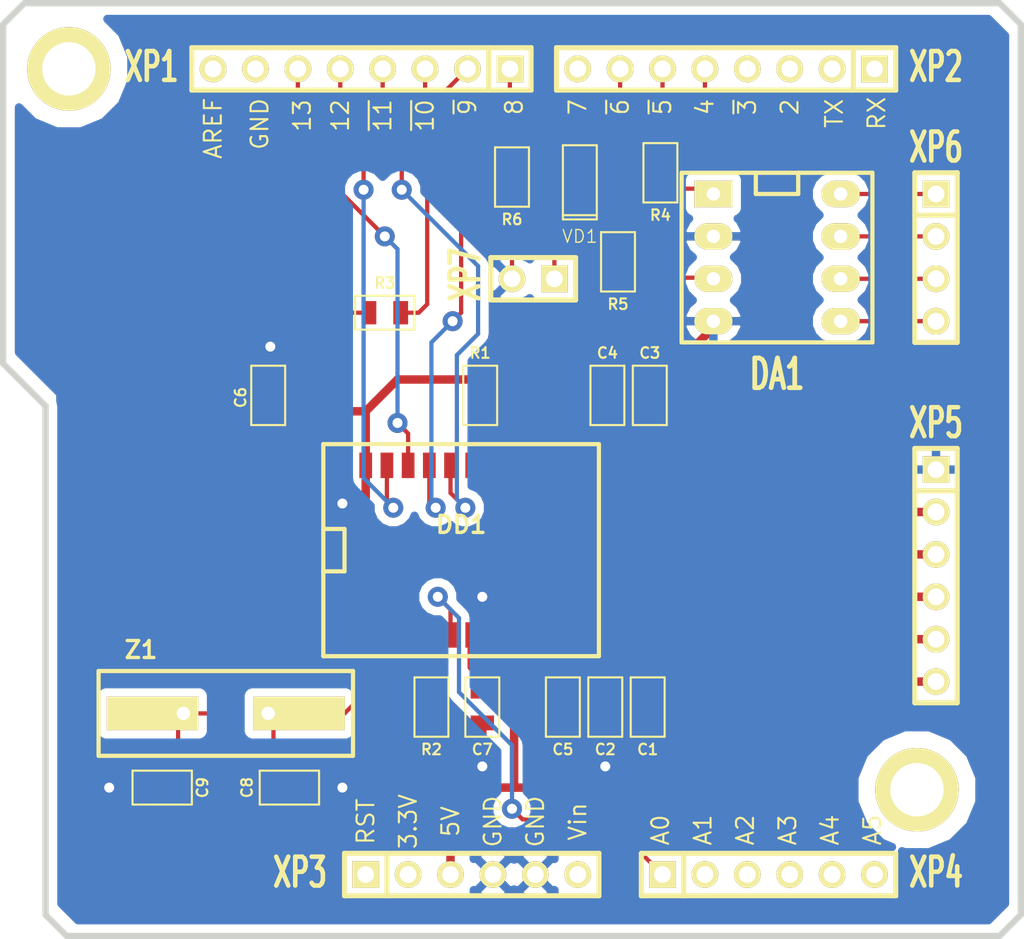
<source format=kicad_pcb>
(kicad_pcb (version 3) (host pcbnew "(2013-jul-07)-stable")

  (general
    (links 59)
    (no_connects 0)
    (area 64.579499 92.519499 125.920501 148.780501)
    (thickness 1.6002)
    (drawings 39)
    (tracks 206)
    (zones 0)
    (modules 28)
    (nets 29)
  )

  (page A4)
  (layers
    (15 Front signal)
    (0 Back signal)
    (16 B.Adhes user)
    (17 F.Adhes user)
    (18 B.Paste user)
    (19 F.Paste user)
    (20 B.SilkS user)
    (21 F.SilkS user)
    (22 B.Mask user)
    (23 F.Mask user)
    (24 Dwgs.User user)
    (25 Cmts.User user)
    (26 Eco1.User user)
    (27 Eco2.User user)
    (28 Edge.Cuts user)
  )

  (setup
    (last_trace_width 0.254)
    (user_trace_width 0.254)
    (user_trace_width 0.508)
    (user_trace_width 1.01092)
    (trace_clearance 0.254)
    (zone_clearance 0.508)
    (zone_45_only no)
    (trace_min 0.254)
    (segment_width 0.381)
    (edge_width 0.381)
    (via_size 1.19888)
    (via_drill 0.59944)
    (via_min_size 0.889)
    (via_min_drill 0.508)
    (user_via 1.19888 0.59944)
    (uvia_size 0.508)
    (uvia_drill 0.127)
    (uvias_allowed no)
    (uvia_min_size 0.508)
    (uvia_min_drill 0.127)
    (pcb_text_width 0.3048)
    (pcb_text_size 1.524 2.032)
    (mod_edge_width 0.254)
    (mod_text_size 1.524 1.524)
    (mod_text_width 0.127)
    (pad_size 1.6002 1.6002)
    (pad_drill 1.00076)
    (pad_to_mask_clearance 0.254)
    (aux_axis_origin 0 0)
    (visible_elements FFFFFFBF)
    (pcbplotparams
      (layerselection 284196865)
      (usegerberextensions true)
      (excludeedgelayer true)
      (linewidth 0.150000)
      (plotframeref false)
      (viasonmask false)
      (mode 1)
      (useauxorigin true)
      (hpglpennumber 1)
      (hpglpenspeed 20)
      (hpglpendiameter 15)
      (hpglpenoverlay 0)
      (psnegative false)
      (psa4output false)
      (plotreference true)
      (plotvalue true)
      (plotothertext true)
      (plotinvisibletext false)
      (padsonsilk false)
      (subtractmaskfromsilk false)
      (outputformat 1)
      (mirror false)
      (drillshape 1)
      (scaleselection 1)
      (outputdirectory ../../../../../../Документы/GERBER_MODUL_ADC/))
  )

  (net 0 "")
  (net 1 /+5V)
  (net 2 /A0)
  (net 3 /AIN1+)
  (net 4 /AIN1-)
  (net 5 /GND)
  (net 6 /PB0)
  (net 7 /PB1)
  (net 8 /PB2)
  (net 9 /PB3)
  (net 10 /PB4)
  (net 11 /PB5)
  (net 12 /PD4)
  (net 13 /PD5)
  (net 14 /PD6)
  (net 15 /REF_IN+)
  (net 16 /REF_IN-)
  (net 17 N-000005)
  (net 18 N-000006)
  (net 19 N-000015)
  (net 20 N-000016)
  (net 21 N-000017)
  (net 22 N-000018)
  (net 23 N-000020)
  (net 24 N-000038)
  (net 25 N-000039)
  (net 26 N-000041)
  (net 27 N-000042)
  (net 28 N-000046)

  (net_class Default "This is the default net class."
    (clearance 0.254)
    (trace_width 0.254)
    (via_dia 1.19888)
    (via_drill 0.59944)
    (uvia_dia 0.508)
    (uvia_drill 0.127)
    (add_net "")
    (add_net /+5V)
    (add_net /A0)
    (add_net /AIN1+)
    (add_net /AIN1-)
    (add_net /GND)
    (add_net /PB0)
    (add_net /PB1)
    (add_net /PB2)
    (add_net /PB3)
    (add_net /PB4)
    (add_net /PB5)
    (add_net /PD4)
    (add_net /PD5)
    (add_net /PD6)
    (add_net /REF_IN+)
    (add_net /REF_IN-)
    (add_net N-000005)
    (add_net N-000006)
    (add_net N-000015)
    (add_net N-000016)
    (add_net N-000017)
    (add_net N-000018)
    (add_net N-000020)
    (add_net N-000038)
    (add_net N-000039)
    (add_net N-000041)
    (add_net N-000042)
    (add_net N-000046)
  )

  (module 1_pin (layer Front) (tedit 4EDCC668) (tstamp 4E26C411)
    (at 69.469 96.647)
    (descr "module 1 pin (ou trou mecanique de percage)")
    (tags DEV)
    (path 1_pin)
    (fp_text reference arduino (at -0.762 -2.032) (layer F.SilkS) hide
      (effects (font (size 0.50038 0.50038) (thickness 0.12446)))
    )
    (fp_text value P*** (at -0.762 -0.762) (layer F.SilkS) hide
      (effects (font (size 1.016 1.016) (thickness 0.254)))
    )
    (pad "" thru_hole circle (at -0.762 0) (size 5.00126 5.00126) (drill 3.2004)
      (layers *.Cu *.Mask F.SilkS)
      (clearance 1.00076)
    )
  )

  (module 1_pin (layer Front) (tedit 4EDCC65E) (tstamp 4EDCC647)
    (at 119.507 139.827)
    (descr "module 1 pin (ou trou mecanique de percage)")
    (tags DEV)
    (path 1_pin)
    (fp_text reference arduino (at 0 -2.54) (layer F.SilkS) hide
      (effects (font (size 0.50038 0.50038) (thickness 0.12446)))
    )
    (fp_text value P*** (at 0 -0.635) (layer F.SilkS) hide
      (effects (font (size 1.016 1.016) (thickness 0.254)))
    )
    (pad "" thru_hole circle (at 0 0) (size 5.00126 5.00126) (drill 3.2004)
      (layers *.Cu *.Mask F.SilkS)
      (solder_mask_margin 1.99898)
      (solder_paste_margin 1.99898)
      (clearance 1.00076)
    )
  )

  (module SIL-6 (layer Front) (tedit 4F994E3A) (tstamp 4CEE8468)
    (at 92.837 144.907)
    (descr "Connecteur 6 pins")
    (tags "CONN DEV")
    (path /4EB912B4)
    (fp_text reference XP3 (at -10.287 -0.127) (layer F.SilkS)
      (effects (font (size 1.72974 1.08712) (thickness 0.27178)))
    )
    (fp_text value PLS-6 (at 3.81 -2.54) (layer F.SilkS) hide
      (effects (font (size 1.524 1.016) (thickness 0.254)))
    )
    (fp_line (start -7.62 1.27) (end -7.62 -1.27) (layer F.SilkS) (width 0.3048))
    (fp_line (start -7.62 -1.27) (end 7.62 -1.27) (layer F.SilkS) (width 0.3048))
    (fp_line (start 7.62 -1.27) (end 7.62 1.27) (layer F.SilkS) (width 0.3048))
    (fp_line (start 7.62 1.27) (end -7.62 1.27) (layer F.SilkS) (width 0.3048))
    (fp_line (start -5.08 1.27) (end -5.08 -1.27) (layer F.SilkS) (width 0.3048))
    (pad 1 thru_hole rect (at -6.35 0) (size 1.6002 1.6002) (drill 1.00076)
      (layers *.Cu *.Mask F.SilkS)
    )
    (pad 2 thru_hole circle (at -3.81 0) (size 1.6002 1.6002) (drill 1.00076)
      (layers *.Cu *.Mask F.SilkS)
    )
    (pad 3 thru_hole circle (at -1.27 0) (size 1.6002 1.6002) (drill 1.00076)
      (layers *.Cu *.Mask F.SilkS)
      (net 1 /+5V)
    )
    (pad 4 thru_hole circle (at 1.27 0) (size 1.6002 1.6002) (drill 1.00076)
      (layers *.Cu *.Mask F.SilkS)
      (net 5 /GND)
    )
    (pad 5 thru_hole circle (at 3.81 0) (size 1.6002 1.6002) (drill 1.00076)
      (layers *.Cu *.Mask F.SilkS)
      (net 5 /GND)
    )
    (pad 6 thru_hole circle (at 6.35 0) (size 1.6002 1.6002) (drill 1.00076)
      (layers *.Cu *.Mask F.SilkS)
    )
  )

  (module SIL-6 (layer Front) (tedit 4F994E69) (tstamp 4CEE846A)
    (at 110.617 144.907)
    (descr "Connecteur 6 pins")
    (tags "CONN DEV")
    (path /4ED78CD0)
    (fp_text reference XP4 (at 10.033 -0.127) (layer F.SilkS)
      (effects (font (size 1.72974 1.08712) (thickness 0.27178)))
    )
    (fp_text value PLS-6 (at 3.81 -2.54) (layer F.SilkS) hide
      (effects (font (size 1.524 1.016) (thickness 0.254)))
    )
    (fp_line (start -7.62 1.27) (end -7.62 -1.27) (layer F.SilkS) (width 0.3048))
    (fp_line (start -7.62 -1.27) (end 7.62 -1.27) (layer F.SilkS) (width 0.3048))
    (fp_line (start 7.62 -1.27) (end 7.62 1.27) (layer F.SilkS) (width 0.3048))
    (fp_line (start 7.62 1.27) (end -7.62 1.27) (layer F.SilkS) (width 0.3048))
    (fp_line (start -5.08 1.27) (end -5.08 -1.27) (layer F.SilkS) (width 0.3048))
    (pad 1 thru_hole rect (at -6.35 0) (size 1.6002 1.6002) (drill 1.00076)
      (layers *.Cu *.Mask F.SilkS)
      (net 2 /A0)
    )
    (pad 2 thru_hole circle (at -3.81 0) (size 1.6002 1.6002) (drill 1.00076)
      (layers *.Cu *.Mask F.SilkS)
    )
    (pad 3 thru_hole circle (at -1.27 0) (size 1.6002 1.6002) (drill 1.00076)
      (layers *.Cu *.Mask F.SilkS)
    )
    (pad 4 thru_hole circle (at 1.27 0) (size 1.6002 1.6002) (drill 1.00076)
      (layers *.Cu *.Mask F.SilkS)
    )
    (pad 5 thru_hole circle (at 3.81 0) (size 1.6002 1.6002) (drill 1.00076)
      (layers *.Cu *.Mask F.SilkS)
    )
    (pad 6 thru_hole circle (at 6.35 0) (size 1.6002 1.6002) (drill 1.00076)
      (layers *.Cu *.Mask F.SilkS)
    )
  )

  (module SIL-8 (layer Front) (tedit 4F994DAB) (tstamp 4CEE846D)
    (at 86.233 96.647 180)
    (descr "Connecteur 8 pins")
    (tags "CONN DEV")
    (path /4EB91375)
    (fp_text reference XP1 (at 12.573 0.127 180) (layer F.SilkS)
      (effects (font (size 1.72974 1.08712) (thickness 0.27178)))
    )
    (fp_text value PLS-8 (at 5.08 -3.81 180) (layer F.SilkS) hide
      (effects (font (size 1.524 1.016) (thickness 0.254)))
    )
    (fp_line (start -10.16 -1.27) (end 10.16 -1.27) (layer F.SilkS) (width 0.3048))
    (fp_line (start 10.16 -1.27) (end 10.16 1.27) (layer F.SilkS) (width 0.3048))
    (fp_line (start 10.16 1.27) (end -10.16 1.27) (layer F.SilkS) (width 0.3048))
    (fp_line (start -10.16 1.27) (end -10.16 -1.27) (layer F.SilkS) (width 0.3048))
    (fp_line (start -7.62 1.27) (end -7.62 -1.27) (layer F.SilkS) (width 0.3048))
    (pad 1 thru_hole rect (at -8.89 0 180) (size 1.6002 1.6002) (drill 1.00076)
      (layers *.Cu *.Mask F.SilkS)
      (net 6 /PB0)
    )
    (pad 2 thru_hole circle (at -6.35 0 180) (size 1.6002 1.6002) (drill 1.00076)
      (layers *.Cu *.Mask F.SilkS)
      (net 7 /PB1)
    )
    (pad 3 thru_hole circle (at -3.81 0 180) (size 1.6002 1.6002) (drill 1.00076)
      (layers *.Cu *.Mask F.SilkS)
      (net 8 /PB2)
    )
    (pad 4 thru_hole circle (at -1.27 0 180) (size 1.6002 1.6002) (drill 1.00076)
      (layers *.Cu *.Mask F.SilkS)
      (net 9 /PB3)
    )
    (pad 5 thru_hole circle (at 1.27 0 180) (size 1.6002 1.6002) (drill 1.00076)
      (layers *.Cu *.Mask F.SilkS)
      (net 10 /PB4)
    )
    (pad 6 thru_hole circle (at 3.81 0 180) (size 1.6002 1.6002) (drill 1.00076)
      (layers *.Cu *.Mask F.SilkS)
      (net 11 /PB5)
    )
    (pad 7 thru_hole circle (at 6.35 0 180) (size 1.6002 1.6002) (drill 1.00076)
      (layers *.Cu *.Mask F.SilkS)
    )
    (pad 8 thru_hole circle (at 8.89 0 180) (size 1.6002 1.6002) (drill 1.00076)
      (layers *.Cu *.Mask F.SilkS)
    )
  )

  (module SIL-8 (layer Front) (tedit 4F994E07) (tstamp 4CF3A63E)
    (at 108.077 96.647 180)
    (descr "Connecteur 8 pins")
    (tags "CONN DEV")
    (path /4ED777B2)
    (fp_text reference XP2 (at -12.573 0.127 180) (layer F.SilkS)
      (effects (font (size 1.72974 1.08712) (thickness 0.27178)))
    )
    (fp_text value PLS-8 (at 3.81 -3.81 180) (layer F.SilkS) hide
      (effects (font (size 1.524 1.016) (thickness 0.254)))
    )
    (fp_line (start -10.16 -1.27) (end 10.16 -1.27) (layer F.SilkS) (width 0.3048))
    (fp_line (start 10.16 -1.27) (end 10.16 1.27) (layer F.SilkS) (width 0.3048))
    (fp_line (start 10.16 1.27) (end -10.16 1.27) (layer F.SilkS) (width 0.3048))
    (fp_line (start -10.16 1.27) (end -10.16 -1.27) (layer F.SilkS) (width 0.3048))
    (fp_line (start -7.62 1.27) (end -7.62 -1.27) (layer F.SilkS) (width 0.3048))
    (pad 1 thru_hole rect (at -8.89 0 180) (size 1.6002 1.6002) (drill 1.00076)
      (layers *.Cu *.Mask F.SilkS)
    )
    (pad 2 thru_hole circle (at -6.35 0 180) (size 1.6002 1.6002) (drill 1.00076)
      (layers *.Cu *.Mask F.SilkS)
    )
    (pad 3 thru_hole circle (at -3.81 0 180) (size 1.6002 1.6002) (drill 1.00076)
      (layers *.Cu *.Mask F.SilkS)
    )
    (pad 4 thru_hole circle (at -1.27 0 180) (size 1.6002 1.6002) (drill 1.00076)
      (layers *.Cu *.Mask F.SilkS)
    )
    (pad 5 thru_hole circle (at 1.27 0 180) (size 1.6002 1.6002) (drill 1.00076)
      (layers *.Cu *.Mask F.SilkS)
      (net 12 /PD4)
    )
    (pad 6 thru_hole circle (at 3.81 0 180) (size 1.6002 1.6002) (drill 1.00076)
      (layers *.Cu *.Mask F.SilkS)
      (net 13 /PD5)
    )
    (pad 7 thru_hole circle (at 6.35 0 180) (size 1.6002 1.6002) (drill 1.00076)
      (layers *.Cu *.Mask F.SilkS)
      (net 14 /PD6)
    )
    (pad 8 thru_hole circle (at 8.89 0 180) (size 1.6002 1.6002) (drill 1.00076)
      (layers *.Cu *.Mask F.SilkS)
    )
  )

  (module Q_49U3HMS& (layer Front) (tedit 4EDCCB0E) (tstamp 4EDCAB5E)
    (at 78.105 135.255 180)
    (path /4ED78F56)
    (fp_text reference Z1 (at 5.08 3.81 180) (layer F.SilkS)
      (effects (font (size 1.016 1.016) (thickness 0.2032)))
    )
    (fp_text value ~ (at 0.254 1.524 180) (layer F.SilkS) hide
      (effects (font (size 1.016 1.016) (thickness 0.2032)))
    )
    (fp_line (start 7.62 2.54) (end -7.62 2.54) (layer F.SilkS) (width 0.254))
    (fp_line (start -7.62 2.54) (end -7.62 -2.54) (layer F.SilkS) (width 0.254))
    (fp_line (start -7.62 -2.54) (end 7.62 -2.54) (layer F.SilkS) (width 0.254))
    (fp_line (start 7.62 -2.54) (end 7.62 2.54) (layer F.SilkS) (width 0.254))
    (pad 1 thru_hole trapezoid (at -2.54 0 180) (size 5.4991 1.99898) (drill 0.8001 (offset -1.84658 0))
      (layers *.Cu *.Mask F.SilkS)
      (net 26 N-000041)
    )
    (pad 2 thru_hole trapezoid (at 2.54 0 180) (size 5.4991 1.99898) (drill 0.8001 (offset 1.84658 0))
      (layers *.Cu *.Mask F.SilkS)
      (net 28 N-000046)
    )
  )

  (module SIL-4 (layer Front) (tedit 4EDCC8EF) (tstamp 4EDCAB5F)
    (at 120.65 107.95 270)
    (descr "Connecteur 4 pibs")
    (tags "CONN DEV")
    (path /4EDCA7AD)
    (fp_text reference XP6 (at -6.604 0 360) (layer F.SilkS)
      (effects (font (size 1.73482 1.08712) (thickness 0.27178)))
    )
    (fp_text value WF-4 (at 0 -2.54 270) (layer F.SilkS) hide
      (effects (font (size 1.524 1.016) (thickness 0.254)))
    )
    (fp_line (start -5.08 -1.27) (end -5.08 -1.27) (layer F.SilkS) (width 0.3048))
    (fp_line (start -5.08 1.27) (end -5.08 -1.27) (layer F.SilkS) (width 0.3048))
    (fp_line (start -5.08 -1.27) (end -5.08 -1.27) (layer F.SilkS) (width 0.3048))
    (fp_line (start -5.08 -1.27) (end 5.08 -1.27) (layer F.SilkS) (width 0.3048))
    (fp_line (start 5.08 -1.27) (end 5.08 1.27) (layer F.SilkS) (width 0.3048))
    (fp_line (start 5.08 1.27) (end -5.08 1.27) (layer F.SilkS) (width 0.3048))
    (fp_line (start -2.54 1.27) (end -2.54 -1.27) (layer F.SilkS) (width 0.3048))
    (pad 1 thru_hole rect (at -3.81 0 270) (size 1.6002 1.6002) (drill 1.00076)
      (layers *.Cu *.Mask F.SilkS)
      (net 19 N-000015)
    )
    (pad 2 thru_hole circle (at -1.27 0 270) (size 1.6002 1.6002) (drill 1.00076)
      (layers *.Cu *.Mask F.SilkS)
      (net 18 N-000006)
    )
    (pad 3 thru_hole circle (at 1.27 0 270) (size 1.6002 1.6002) (drill 1.00076)
      (layers *.Cu *.Mask F.SilkS)
      (net 20 N-000016)
    )
    (pad 4 thru_hole circle (at 3.81 0 270) (size 1.6002 1.6002) (drill 1.00076)
      (layers *.Cu *.Mask F.SilkS)
      (net 17 N-000005)
    )
  )

  (module SIL-6 (layer Front) (tedit 4EDCC926) (tstamp 4EDCAB60)
    (at 120.65 127 270)
    (descr "Connecteur 6 pins")
    (tags "CONN DEV")
    (path /4EC10C5C)
    (fp_text reference XP5 (at -9.144 0 360) (layer F.SilkS)
      (effects (font (size 1.72974 1.08712) (thickness 0.27178)))
    )
    (fp_text value WF-6 (at 0 -2.54 270) (layer F.SilkS) hide
      (effects (font (size 1.524 1.016) (thickness 0.254)))
    )
    (fp_line (start -7.62 1.27) (end -7.62 -1.27) (layer F.SilkS) (width 0.3048))
    (fp_line (start -7.62 -1.27) (end 7.62 -1.27) (layer F.SilkS) (width 0.3048))
    (fp_line (start 7.62 -1.27) (end 7.62 1.27) (layer F.SilkS) (width 0.3048))
    (fp_line (start 7.62 1.27) (end -7.62 1.27) (layer F.SilkS) (width 0.3048))
    (fp_line (start -5.08 1.27) (end -5.08 -1.27) (layer F.SilkS) (width 0.3048))
    (pad 1 thru_hole rect (at -6.35 0 270) (size 1.6002 1.6002) (drill 1.00076)
      (layers *.Cu *.Mask F.SilkS)
      (net 5 /GND)
    )
    (pad 2 thru_hole circle (at -3.81 0 270) (size 1.6002 1.6002) (drill 1.00076)
      (layers *.Cu *.Mask F.SilkS)
      (net 15 /REF_IN+)
    )
    (pad 3 thru_hole circle (at -1.27 0 270) (size 1.6002 1.6002) (drill 1.00076)
      (layers *.Cu *.Mask F.SilkS)
      (net 16 /REF_IN-)
    )
    (pad 4 thru_hole circle (at 1.27 0 270) (size 1.6002 1.6002) (drill 1.00076)
      (layers *.Cu *.Mask F.SilkS)
      (net 3 /AIN1+)
    )
    (pad 5 thru_hole circle (at 3.81 0 270) (size 1.6002 1.6002) (drill 1.00076)
      (layers *.Cu *.Mask F.SilkS)
      (net 4 /AIN1-)
    )
    (pad 6 thru_hole circle (at 6.35 0 270) (size 1.6002 1.6002) (drill 1.00076)
      (layers *.Cu *.Mask F.SilkS)
      (net 1 /+5V)
    )
  )

  (module SMD0805 (layer Front) (tedit 4EDF7F2F) (tstamp 4EDCAB61)
    (at 101.6 108.204 270)
    (path /4EDCA6FB)
    (attr smd)
    (fp_text reference R5 (at 2.54 0 360) (layer F.SilkS)
      (effects (font (size 0.635 0.635) (thickness 0.127)))
    )
    (fp_text value 470 (at 0.254 1.524 270) (layer F.SilkS) hide
      (effects (font (size 0.635 0.635) (thickness 0.127)))
    )
    (fp_line (start 1.778 1.016) (end 1.778 -1.016) (layer F.SilkS) (width 0.127))
    (fp_line (start -1.778 1.016) (end 1.778 1.016) (layer F.SilkS) (width 0.127))
    (fp_line (start -1.778 -1.016) (end -1.778 1.016) (layer F.SilkS) (width 0.127))
    (fp_line (start -1.778 -1.016) (end 1.778 -1.016) (layer F.SilkS) (width 0.127))
    (pad 1 smd rect (at -0.9525 0 270) (size 0.889 1.397)
      (layers Front F.Paste F.Mask)
      (net 13 /PD5)
    )
    (pad 2 smd rect (at 0.9525 0 270) (size 0.889 1.397)
      (layers Front F.Paste F.Mask)
      (net 21 N-000017)
    )
    (model smd/chip_cms.wrl
      (at (xyz 0 0 0))
      (scale (xyz 0.1 0.1 0.1))
      (rotate (xyz 0 0 0))
    )
  )

  (module SMD0805 (layer Front) (tedit 4EDF7F33) (tstamp 4EDCAB63)
    (at 104.14 102.87 270)
    (path /4EDCA6EA)
    (attr smd)
    (fp_text reference R4 (at 2.54 0 360) (layer F.SilkS)
      (effects (font (size 0.635 0.635) (thickness 0.127)))
    )
    (fp_text value 470 (at 0.254 1.524 270) (layer F.SilkS) hide
      (effects (font (size 0.635 0.635) (thickness 0.127)))
    )
    (fp_line (start 1.778 1.016) (end 1.778 -1.016) (layer F.SilkS) (width 0.127))
    (fp_line (start -1.778 1.016) (end 1.778 1.016) (layer F.SilkS) (width 0.127))
    (fp_line (start -1.778 -1.016) (end -1.778 1.016) (layer F.SilkS) (width 0.127))
    (fp_line (start -1.778 -1.016) (end 1.778 -1.016) (layer F.SilkS) (width 0.127))
    (pad 1 smd rect (at -0.9525 0 270) (size 0.889 1.397)
      (layers Front F.Paste F.Mask)
      (net 12 /PD4)
    )
    (pad 2 smd rect (at 0.9525 0 270) (size 0.889 1.397)
      (layers Front F.Paste F.Mask)
      (net 22 N-000018)
    )
    (model smd/chip_cms.wrl
      (at (xyz 0 0 0))
      (scale (xyz 0.1 0.1 0.1))
      (rotate (xyz 0 0 0))
    )
  )

  (module SMD0805 (layer Front) (tedit 4EDCB983) (tstamp 4EDCAB65)
    (at 87.63 111.252)
    (path /4ED78EB4)
    (attr smd)
    (fp_text reference R3 (at 0 -1.778) (layer F.SilkS)
      (effects (font (size 0.635 0.635) (thickness 0.127)))
    )
    (fp_text value 0 (at 0.254 1.524) (layer F.SilkS) hide
      (effects (font (size 0.635 0.635) (thickness 0.127)))
    )
    (fp_line (start 1.778 1.016) (end 1.778 -1.016) (layer F.SilkS) (width 0.127))
    (fp_line (start -1.778 1.016) (end 1.778 1.016) (layer F.SilkS) (width 0.127))
    (fp_line (start -1.778 -1.016) (end -1.778 1.016) (layer F.SilkS) (width 0.127))
    (fp_line (start -1.778 -1.016) (end 1.778 -1.016) (layer F.SilkS) (width 0.127))
    (pad 1 smd rect (at -0.9525 0) (size 0.889 1.397)
      (layers Front F.Paste F.Mask)
      (net 28 N-000046)
    )
    (pad 2 smd rect (at 0.9525 0) (size 0.889 1.397)
      (layers Front F.Paste F.Mask)
      (net 7 /PB1)
    )
    (model smd/chip_cms.wrl
      (at (xyz 0 0 0))
      (scale (xyz 0.1 0.1 0.1))
      (rotate (xyz 0 0 0))
    )
  )

  (module SMD0805 (layer Front) (tedit 4EDCB216) (tstamp 4EDCAB67)
    (at 90.424 134.874 90)
    (path /4EC104CC)
    (attr smd)
    (fp_text reference R2 (at -2.54 0 180) (layer F.SilkS)
      (effects (font (size 0.635 0.635) (thickness 0.127)))
    )
    (fp_text value 1_k (at 0.254 1.524 90) (layer F.SilkS) hide
      (effects (font (size 0.635 0.635) (thickness 0.127)))
    )
    (fp_line (start 1.778 1.016) (end 1.778 -1.016) (layer F.SilkS) (width 0.127))
    (fp_line (start -1.778 1.016) (end 1.778 1.016) (layer F.SilkS) (width 0.127))
    (fp_line (start -1.778 -1.016) (end -1.778 1.016) (layer F.SilkS) (width 0.127))
    (fp_line (start -1.778 -1.016) (end 1.778 -1.016) (layer F.SilkS) (width 0.127))
    (pad 1 smd rect (at -0.9525 0 90) (size 0.889 1.397)
      (layers Front F.Paste F.Mask)
      (net 1 /+5V)
    )
    (pad 2 smd rect (at 0.9525 0 90) (size 0.889 1.397)
      (layers Front F.Paste F.Mask)
      (net 25 N-000039)
    )
    (model smd/chip_cms.wrl
      (at (xyz 0 0 0))
      (scale (xyz 0.1 0.1 0.1))
      (rotate (xyz 0 0 0))
    )
  )

  (module SMD0805 (layer Front) (tedit 4EDCB1CC) (tstamp 4EDCAB69)
    (at 93.345 116.205 270)
    (path /4EC111E1)
    (attr smd)
    (fp_text reference R1 (at -2.54 0 360) (layer F.SilkS)
      (effects (font (size 0.635 0.635) (thickness 0.127)))
    )
    (fp_text value 1_k (at 0.254 1.524 270) (layer F.SilkS) hide
      (effects (font (size 0.635 0.635) (thickness 0.127)))
    )
    (fp_line (start 1.778 1.016) (end 1.778 -1.016) (layer F.SilkS) (width 0.127))
    (fp_line (start -1.778 1.016) (end 1.778 1.016) (layer F.SilkS) (width 0.127))
    (fp_line (start -1.778 -1.016) (end -1.778 1.016) (layer F.SilkS) (width 0.127))
    (fp_line (start -1.778 -1.016) (end 1.778 -1.016) (layer F.SilkS) (width 0.127))
    (pad 1 smd rect (at -0.9525 0 270) (size 0.889 1.397)
      (layers Front F.Paste F.Mask)
      (net 1 /+5V)
    )
    (pad 2 smd rect (at 0.9525 0 270) (size 0.889 1.397)
      (layers Front F.Paste F.Mask)
      (net 23 N-000020)
    )
    (model smd/chip_cms.wrl
      (at (xyz 0 0 0))
      (scale (xyz 0.1 0.1 0.1))
      (rotate (xyz 0 0 0))
    )
  )

  (module SMD0805 (layer Front) (tedit 4EDCB3D9) (tstamp 4EDCAB6B)
    (at 74.295 139.7 180)
    (path /4ED79054)
    (attr smd)
    (fp_text reference C9 (at -2.413 0 270) (layer F.SilkS)
      (effects (font (size 0.635 0.635) (thickness 0.127)))
    )
    (fp_text value ~ (at 0.254 1.524 180) (layer F.SilkS) hide
      (effects (font (size 0.635 0.635) (thickness 0.127)))
    )
    (fp_line (start 1.778 1.016) (end 1.778 -1.016) (layer F.SilkS) (width 0.127))
    (fp_line (start -1.778 1.016) (end 1.778 1.016) (layer F.SilkS) (width 0.127))
    (fp_line (start -1.778 -1.016) (end -1.778 1.016) (layer F.SilkS) (width 0.127))
    (fp_line (start -1.778 -1.016) (end 1.778 -1.016) (layer F.SilkS) (width 0.127))
    (pad 1 smd rect (at -0.9525 0 180) (size 0.889 1.397)
      (layers Front F.Paste F.Mask)
      (net 28 N-000046)
    )
    (pad 2 smd rect (at 0.9525 0 180) (size 0.889 1.397)
      (layers Front F.Paste F.Mask)
      (net 5 /GND)
    )
    (model smd/chip_cms.wrl
      (at (xyz 0 0 0))
      (scale (xyz 0.1 0.1 0.1))
      (rotate (xyz 0 0 0))
    )
  )

  (module SMD0805 (layer Front) (tedit 4EDCB27A) (tstamp 4EDCAB6D)
    (at 81.915 139.7)
    (path /4ED79055)
    (attr smd)
    (fp_text reference C8 (at -2.54 0 90) (layer F.SilkS)
      (effects (font (size 0.635 0.635) (thickness 0.127)))
    )
    (fp_text value ~ (at 0.254 1.524) (layer F.SilkS) hide
      (effects (font (size 0.635 0.635) (thickness 0.127)))
    )
    (fp_line (start 1.778 1.016) (end 1.778 -1.016) (layer F.SilkS) (width 0.127))
    (fp_line (start -1.778 1.016) (end 1.778 1.016) (layer F.SilkS) (width 0.127))
    (fp_line (start -1.778 -1.016) (end -1.778 1.016) (layer F.SilkS) (width 0.127))
    (fp_line (start -1.778 -1.016) (end 1.778 -1.016) (layer F.SilkS) (width 0.127))
    (pad 1 smd rect (at -0.9525 0) (size 0.889 1.397)
      (layers Front F.Paste F.Mask)
      (net 26 N-000041)
    )
    (pad 2 smd rect (at 0.9525 0) (size 0.889 1.397)
      (layers Front F.Paste F.Mask)
      (net 5 /GND)
    )
    (model smd/chip_cms.wrl
      (at (xyz 0 0 0))
      (scale (xyz 0.1 0.1 0.1))
      (rotate (xyz 0 0 0))
    )
  )

  (module SMD0805 (layer Front) (tedit 4EDCB223) (tstamp 4EDCAB6F)
    (at 93.472 134.874 90)
    (path /4EC106B6)
    (attr smd)
    (fp_text reference C7 (at -2.54 0 180) (layer F.SilkS)
      (effects (font (size 0.635 0.635) (thickness 0.127)))
    )
    (fp_text value 0.1_мк (at 0.254 1.524 90) (layer F.SilkS) hide
      (effects (font (size 0.635 0.635) (thickness 0.127)))
    )
    (fp_line (start 1.778 1.016) (end 1.778 -1.016) (layer F.SilkS) (width 0.127))
    (fp_line (start -1.778 1.016) (end 1.778 1.016) (layer F.SilkS) (width 0.127))
    (fp_line (start -1.778 -1.016) (end -1.778 1.016) (layer F.SilkS) (width 0.127))
    (fp_line (start -1.778 -1.016) (end 1.778 -1.016) (layer F.SilkS) (width 0.127))
    (pad 1 smd rect (at -0.9525 0 90) (size 0.889 1.397)
      (layers Front F.Paste F.Mask)
      (net 5 /GND)
    )
    (pad 2 smd rect (at 0.9525 0 90) (size 0.889 1.397)
      (layers Front F.Paste F.Mask)
      (net 24 N-000038)
    )
    (model smd/chip_cms.wrl
      (at (xyz 0 0 0))
      (scale (xyz 0.1 0.1 0.1))
      (rotate (xyz 0 0 0))
    )
  )

  (module SMD0805 (layer Front) (tedit 4EDCB921) (tstamp 4EDCAB71)
    (at 80.645 116.205 90)
    (path /4EC11642)
    (attr smd)
    (fp_text reference C6 (at -0.127 -1.651 90) (layer F.SilkS)
      (effects (font (size 0.635 0.635) (thickness 0.127)))
    )
    (fp_text value 0.1_мк (at 0.254 1.524 90) (layer F.SilkS) hide
      (effects (font (size 0.635 0.635) (thickness 0.127)))
    )
    (fp_line (start 1.778 1.016) (end 1.778 -1.016) (layer F.SilkS) (width 0.127))
    (fp_line (start -1.778 1.016) (end 1.778 1.016) (layer F.SilkS) (width 0.127))
    (fp_line (start -1.778 -1.016) (end -1.778 1.016) (layer F.SilkS) (width 0.127))
    (fp_line (start -1.778 -1.016) (end 1.778 -1.016) (layer F.SilkS) (width 0.127))
    (pad 1 smd rect (at -0.9525 0 90) (size 0.889 1.397)
      (layers Front F.Paste F.Mask)
      (net 1 /+5V)
    )
    (pad 2 smd rect (at 0.9525 0 90) (size 0.889 1.397)
      (layers Front F.Paste F.Mask)
      (net 5 /GND)
    )
    (model smd/chip_cms.wrl
      (at (xyz 0 0 0))
      (scale (xyz 0.1 0.1 0.1))
      (rotate (xyz 0 0 0))
    )
  )

  (module SMD0805 (layer Front) (tedit 4EDCB0A9) (tstamp 4EDCAB73)
    (at 98.298 134.874 270)
    (path /4EC10828)
    (attr smd)
    (fp_text reference C5 (at 2.54 0 360) (layer F.SilkS)
      (effects (font (size 0.635 0.635) (thickness 0.127)))
    )
    (fp_text value 0.1_мк (at 0.254 1.524 270) (layer F.SilkS) hide
      (effects (font (size 0.635 0.635) (thickness 0.127)))
    )
    (fp_line (start 1.778 1.016) (end 1.778 -1.016) (layer F.SilkS) (width 0.127))
    (fp_line (start -1.778 1.016) (end 1.778 1.016) (layer F.SilkS) (width 0.127))
    (fp_line (start -1.778 -1.016) (end -1.778 1.016) (layer F.SilkS) (width 0.127))
    (fp_line (start -1.778 -1.016) (end 1.778 -1.016) (layer F.SilkS) (width 0.127))
    (pad 1 smd rect (at -0.9525 0 270) (size 0.889 1.397)
      (layers Front F.Paste F.Mask)
      (net 1 /+5V)
    )
    (pad 2 smd rect (at 0.9525 0 270) (size 0.889 1.397)
      (layers Front F.Paste F.Mask)
      (net 5 /GND)
    )
    (model smd/chip_cms.wrl
      (at (xyz 0 0 0))
      (scale (xyz 0.1 0.1 0.1))
      (rotate (xyz 0 0 0))
    )
  )

  (module SMD0805 (layer Front) (tedit 4EDCB0E9) (tstamp 4EDCAB75)
    (at 100.965 116.205 90)
    (path /4EC10E8A)
    (attr smd)
    (fp_text reference C4 (at 2.54 0 180) (layer F.SilkS)
      (effects (font (size 0.635 0.635) (thickness 0.127)))
    )
    (fp_text value 0.1_мк (at 0.254 1.524 90) (layer F.SilkS) hide
      (effects (font (size 0.635 0.635) (thickness 0.127)))
    )
    (fp_line (start 1.778 1.016) (end 1.778 -1.016) (layer F.SilkS) (width 0.127))
    (fp_line (start -1.778 1.016) (end 1.778 1.016) (layer F.SilkS) (width 0.127))
    (fp_line (start -1.778 -1.016) (end -1.778 1.016) (layer F.SilkS) (width 0.127))
    (fp_line (start -1.778 -1.016) (end 1.778 -1.016) (layer F.SilkS) (width 0.127))
    (pad 1 smd rect (at -0.9525 0 90) (size 0.889 1.397)
      (layers Front F.Paste F.Mask)
      (net 16 /REF_IN-)
    )
    (pad 2 smd rect (at 0.9525 0 90) (size 0.889 1.397)
      (layers Front F.Paste F.Mask)
      (net 5 /GND)
    )
    (model smd/chip_cms.wrl
      (at (xyz 0 0 0))
      (scale (xyz 0.1 0.1 0.1))
      (rotate (xyz 0 0 0))
    )
  )

  (module SMD0805 (layer Front) (tedit 4EDCB0C9) (tstamp 4EDCAB77)
    (at 103.505 116.205 90)
    (path /4EC10EB4)
    (attr smd)
    (fp_text reference C3 (at 2.54 0 180) (layer F.SilkS)
      (effects (font (size 0.635 0.635) (thickness 0.127)))
    )
    (fp_text value 0.1_мк (at 0.254 1.524 90) (layer F.SilkS) hide
      (effects (font (size 0.635 0.635) (thickness 0.127)))
    )
    (fp_line (start 1.778 1.016) (end 1.778 -1.016) (layer F.SilkS) (width 0.127))
    (fp_line (start -1.778 1.016) (end 1.778 1.016) (layer F.SilkS) (width 0.127))
    (fp_line (start -1.778 -1.016) (end -1.778 1.016) (layer F.SilkS) (width 0.127))
    (fp_line (start -1.778 -1.016) (end 1.778 -1.016) (layer F.SilkS) (width 0.127))
    (pad 1 smd rect (at -0.9525 0 90) (size 0.889 1.397)
      (layers Front F.Paste F.Mask)
      (net 15 /REF_IN+)
    )
    (pad 2 smd rect (at 0.9525 0 90) (size 0.889 1.397)
      (layers Front F.Paste F.Mask)
      (net 5 /GND)
    )
    (model smd/chip_cms.wrl
      (at (xyz 0 0 0))
      (scale (xyz 0.1 0.1 0.1))
      (rotate (xyz 0 0 0))
    )
  )

  (module SMD0805 (layer Front) (tedit 4EDCB06E) (tstamp 4EDCAB79)
    (at 100.838 134.874 90)
    (path /4EC10899)
    (attr smd)
    (fp_text reference C2 (at -2.54 0 180) (layer F.SilkS)
      (effects (font (size 0.635 0.635) (thickness 0.127)))
    )
    (fp_text value 0.1_мк (at 0.254 1.524 90) (layer F.SilkS) hide
      (effects (font (size 0.635 0.635) (thickness 0.127)))
    )
    (fp_line (start 1.778 1.016) (end 1.778 -1.016) (layer F.SilkS) (width 0.127))
    (fp_line (start -1.778 1.016) (end 1.778 1.016) (layer F.SilkS) (width 0.127))
    (fp_line (start -1.778 -1.016) (end -1.778 1.016) (layer F.SilkS) (width 0.127))
    (fp_line (start -1.778 -1.016) (end 1.778 -1.016) (layer F.SilkS) (width 0.127))
    (pad 1 smd rect (at -0.9525 0 90) (size 0.889 1.397)
      (layers Front F.Paste F.Mask)
      (net 5 /GND)
    )
    (pad 2 smd rect (at 0.9525 0 90) (size 0.889 1.397)
      (layers Front F.Paste F.Mask)
      (net 3 /AIN1+)
    )
    (model smd/chip_cms.wrl
      (at (xyz 0 0 0))
      (scale (xyz 0.1 0.1 0.1))
      (rotate (xyz 0 0 0))
    )
  )

  (module SMD0805 (layer Front) (tedit 4EDCB076) (tstamp 4EDCAB7B)
    (at 103.378 134.874 90)
    (path /4EC1089C)
    (attr smd)
    (fp_text reference C1 (at -2.54 0 180) (layer F.SilkS)
      (effects (font (size 0.635 0.635) (thickness 0.127)))
    )
    (fp_text value 0.1_мк (at 0.254 1.524 90) (layer F.SilkS) hide
      (effects (font (size 0.635 0.635) (thickness 0.127)))
    )
    (fp_line (start 1.778 1.016) (end 1.778 -1.016) (layer F.SilkS) (width 0.127))
    (fp_line (start -1.778 1.016) (end 1.778 1.016) (layer F.SilkS) (width 0.127))
    (fp_line (start -1.778 -1.016) (end -1.778 1.016) (layer F.SilkS) (width 0.127))
    (fp_line (start -1.778 -1.016) (end 1.778 -1.016) (layer F.SilkS) (width 0.127))
    (pad 1 smd rect (at -0.9525 0 90) (size 0.889 1.397)
      (layers Front F.Paste F.Mask)
      (net 5 /GND)
    )
    (pad 2 smd rect (at 0.9525 0 90) (size 0.889 1.397)
      (layers Front F.Paste F.Mask)
      (net 4 /AIN1-)
    )
    (model smd/chip_cms.wrl
      (at (xyz 0 0 0))
      (scale (xyz 0.1 0.1 0.1))
      (rotate (xyz 0 0 0))
    )
  )

  (module SMD0805 (layer Front) (tedit 4EDF7F4F) (tstamp 4EDF7DEB)
    (at 95.25 103.124 270)
    (path /4EDF7D16)
    (attr smd)
    (fp_text reference R6 (at 2.54 0 360) (layer F.SilkS)
      (effects (font (size 0.635 0.635) (thickness 0.127)))
    )
    (fp_text value 1_к (at 0.254 1.524 270) (layer F.SilkS) hide
      (effects (font (size 0.635 0.635) (thickness 0.127)))
    )
    (fp_line (start 1.778 1.016) (end 1.778 -1.016) (layer F.SilkS) (width 0.127))
    (fp_line (start -1.778 1.016) (end 1.778 1.016) (layer F.SilkS) (width 0.127))
    (fp_line (start -1.778 -1.016) (end -1.778 1.016) (layer F.SilkS) (width 0.127))
    (fp_line (start -1.778 -1.016) (end 1.778 -1.016) (layer F.SilkS) (width 0.127))
    (pad 1 smd rect (at -0.9525 0 270) (size 0.889 1.397)
      (layers Front F.Paste F.Mask)
      (net 14 /PD6)
    )
    (pad 2 smd rect (at 0.9525 0 270) (size 0.889 1.397)
      (layers Front F.Paste F.Mask)
      (net 5 /GND)
    )
    (model smd/chip_cms.wrl
      (at (xyz 0 0 0))
      (scale (xyz 0.1 0.1 0.1))
      (rotate (xyz 0 0 0))
    )
  )

  (module SIL-2 (layer Front) (tedit 4F3E59AD) (tstamp 4EDF7E01)
    (at 96.52 109.22 180)
    (descr "Connecteurs 2 pins")
    (tags "CONN DEV")
    (path /4EDF7C72)
    (fp_text reference XP7 (at 4.064 0.254 270) (layer F.SilkS)
      (effects (font (size 1.72974 1.08712) (thickness 0.27178)))
    )
    (fp_text value WF-2 (at 0 -2.54 180) (layer F.SilkS) hide
      (effects (font (size 1.524 1.016) (thickness 0.254)))
    )
    (fp_line (start -2.54 1.27) (end -2.54 -1.27) (layer F.SilkS) (width 0.3048))
    (fp_line (start -2.54 -1.27) (end 2.54 -1.27) (layer F.SilkS) (width 0.3048))
    (fp_line (start 2.54 -1.27) (end 2.54 1.27) (layer F.SilkS) (width 0.3048))
    (fp_line (start 2.54 1.27) (end -2.54 1.27) (layer F.SilkS) (width 0.3048))
    (pad 1 thru_hole rect (at -1.27 0 180) (size 1.6002 1.6002) (drill 1.00076)
      (layers *.Cu *.Mask F.SilkS)
      (net 27 N-000042)
    )
    (pad 2 thru_hole circle (at 1.27 0 180) (size 1.6002 1.6002) (drill 1.00076)
      (layers *.Cu *.Mask F.SilkS)
      (net 5 /GND)
    )
  )

  (module SOD110 (layer Front) (tedit 4EDF7F75) (tstamp 4EDF7EFB)
    (at 99.314 102.108 270)
    (tags SOT23_5)
    (path /4EDF7CA0)
    (fp_text reference VD1 (at 4.572 0 360) (layer F.SilkS)
      (effects (font (size 0.762 0.762) (thickness 0.0762)))
    )
    (fp_text value BAS216 (at 1.397 1.778 270) (layer F.SilkS) hide
      (effects (font (size 0.762 0.50038) (thickness 0.0762)))
    )
    (fp_line (start -0.889 1.016) (end 3.556 1.016) (layer F.SilkS) (width 0.127))
    (fp_line (start 3.556 -1.016) (end -0.889 -1.016) (layer F.SilkS) (width 0.127))
    (fp_line (start 3.556 -1.016) (end 3.556 1.016) (layer F.SilkS) (width 0.127))
    (fp_line (start -0.889 1.016) (end -0.889 -1.016) (layer F.SilkS) (width 0.127))
    (fp_line (start 3.302 -1.016) (end 3.302 1.016) (layer F.SilkS) (width 0.127))
    (pad 2 smd rect (at 2.3495 0 270) (size 1.00076 1.19888)
      (layers Front F.Paste F.Mask)
      (net 27 N-000042)
    )
    (pad 1 smd rect (at 0 0 270) (size 1.00076 1.19888)
      (layers Front F.Paste F.Mask)
      (net 14 /PD6)
    )
    (model smd/SOT23_6.wrl
      (at (xyz 0 0 0))
      (scale (xyz 0.11 0.11 0.11))
      (rotate (xyz 0 0 -180))
    )
  )

  (module DIP_8 (layer Front) (tedit 4EE20522) (tstamp 4EDCAB5B)
    (at 111.125 107.95 270)
    (descr "8 pins DIL package, elliptical pads")
    (tags DIL)
    (path /4EDCA680)
    (fp_text reference DA1 (at 6.985 0 360) (layer F.SilkS)
      (effects (font (size 1.778 1.143) (thickness 0.28702)))
    )
    (fp_text value TLP521-2 (at 0 0 270) (layer F.SilkS) hide
      (effects (font (size 1.778 1.016) (thickness 0.254)))
    )
    (fp_line (start -5.08 5.715) (end -5.08 -5.715) (layer F.SilkS) (width 0.254))
    (fp_line (start 5.08 5.715) (end 5.08 -5.715) (layer F.SilkS) (width 0.254))
    (fp_line (start -5.08 -1.27) (end -3.81 -1.27) (layer F.SilkS) (width 0.254))
    (fp_line (start -3.81 -1.27) (end -3.81 1.27) (layer F.SilkS) (width 0.254))
    (fp_line (start -3.81 1.27) (end -5.08 1.27) (layer F.SilkS) (width 0.254))
    (fp_line (start -5.08 -5.715) (end 5.08 -5.715) (layer F.SilkS) (width 0.254))
    (fp_line (start 5.08 5.715) (end -5.08 5.715) (layer F.SilkS) (width 0.254))
    (pad 1 thru_hole rect (at -3.81 3.81 270) (size 1.5748 2.286) (drill 0.8001)
      (layers *.Cu *.Mask F.SilkS)
      (net 22 N-000018)
    )
    (pad 2 thru_hole oval (at -1.27 3.81 270) (size 1.5748 2.286) (drill 0.8001)
      (layers *.Cu *.Mask F.SilkS)
      (net 5 /GND)
    )
    (pad 3 thru_hole oval (at 1.27 3.81 270) (size 1.5748 2.286) (drill 0.8001)
      (layers *.Cu *.Mask F.SilkS)
      (net 21 N-000017)
    )
    (pad 4 thru_hole oval (at 3.81 3.81 270) (size 1.5748 2.286) (drill 0.8001)
      (layers *.Cu *.Mask F.SilkS)
      (net 5 /GND)
    )
    (pad 5 thru_hole oval (at 3.81 -3.81 270) (size 1.5748 2.286) (drill 0.8001)
      (layers *.Cu *.Mask F.SilkS)
      (net 17 N-000005)
    )
    (pad 6 thru_hole oval (at 1.27 -3.81 270) (size 1.5748 2.286) (drill 0.8001)
      (layers *.Cu *.Mask F.SilkS)
      (net 20 N-000016)
    )
    (pad 7 thru_hole oval (at -1.27 -3.81 270) (size 1.5748 2.286) (drill 0.8001)
      (layers *.Cu *.Mask F.SilkS)
      (net 18 N-000006)
    )
    (pad 8 thru_hole oval (at -3.81 -3.81 270) (size 1.5748 2.286) (drill 0.8001)
      (layers *.Cu *.Mask F.SilkS)
      (net 19 N-000015)
    )
    (model dil/dil_8.wrl
      (at (xyz 0 0 0))
      (scale (xyz 1 1 1))
      (rotate (xyz 0 0 0))
    )
  )

  (module SOIC_24 (layer Front) (tedit 5163D69E) (tstamp 5163D6B0)
    (at 92.202 125.476)
    (path /4EC100C5)
    (attr smd)
    (fp_text reference DD1 (at 0 -1.524) (layer F.SilkS)
      (effects (font (size 1.016 1.016) (thickness 0.2032)))
    )
    (fp_text value AD7730 (at 0 1.143) (layer F.SilkS) hide
      (effects (font (size 1.016 1.016) (thickness 0.2032)))
    )
    (fp_line (start -8.255 6.35) (end -8.255 -6.35) (layer F.SilkS) (width 0.254))
    (fp_line (start 8.255 6.35) (end 8.255 -6.35) (layer F.SilkS) (width 0.254))
    (fp_line (start -8.255 -1.27) (end -6.985 -1.27) (layer F.SilkS) (width 0.254))
    (fp_line (start -6.985 -1.27) (end -6.985 1.27) (layer F.SilkS) (width 0.254))
    (fp_line (start -6.985 1.27) (end -8.255 1.27) (layer F.SilkS) (width 0.254))
    (fp_line (start -8.255 -6.35) (end 8.255 -6.35) (layer F.SilkS) (width 0.254))
    (fp_line (start 8.255 6.35) (end -8.255 6.35) (layer F.SilkS) (width 0.254))
    (pad 1 smd rect (at -6.985 5.08) (size 0.762 1.524)
      (layers Front F.Paste F.Mask)
      (net 11 /PB5)
    )
    (pad 2 smd rect (at -5.715 5.08) (size 0.762 1.524)
      (layers Front F.Paste F.Mask)
      (net 28 N-000046)
    )
    (pad 3 smd rect (at -4.445 5.08) (size 0.762 1.524)
      (layers Front F.Paste F.Mask)
      (net 26 N-000041)
    )
    (pad 4 smd rect (at -3.175 5.08) (size 0.762 1.524)
      (layers Front F.Paste F.Mask)
      (net 25 N-000039)
    )
    (pad 5 smd rect (at -1.905 5.08) (size 0.762 1.524)
      (layers Front F.Paste F.Mask)
      (net 25 N-000039)
    )
    (pad 6 smd rect (at -0.635 5.08) (size 0.762 1.524)
      (layers Front F.Paste F.Mask)
      (net 2 /A0)
    )
    (pad 7 smd rect (at 0.635 5.08) (size 0.762 1.524)
      (layers Front F.Paste F.Mask)
      (net 24 N-000038)
    )
    (pad 8 smd rect (at 1.905 5.08) (size 0.762 1.524)
      (layers Front F.Paste F.Mask)
      (net 5 /GND)
    )
    (pad 9 smd rect (at 3.175 5.08) (size 0.762 1.524)
      (layers Front F.Paste F.Mask)
      (net 1 /+5V)
    )
    (pad 10 smd rect (at 4.445 5.08) (size 0.762 1.524)
      (layers Front F.Paste F.Mask)
      (net 3 /AIN1+)
    )
    (pad 11 smd rect (at 5.715 5.08) (size 0.762 1.524)
      (layers Front F.Paste F.Mask)
      (net 4 /AIN1-)
    )
    (pad 12 smd rect (at 7.112 5.08) (size 0.762 1.524)
      (layers Front F.Paste F.Mask)
    )
    (pad 24 smd rect (at -6.985 -5.08) (size 0.762 1.524)
      (layers Front F.Paste F.Mask)
      (net 5 /GND)
    )
    (pad 23 smd rect (at -5.715 -5.08) (size 0.762 1.524)
      (layers Front F.Paste F.Mask)
      (net 1 /+5V)
    )
    (pad 22 smd rect (at -4.445 -5.08) (size 0.762 1.524)
      (layers Front F.Paste F.Mask)
      (net 9 /PB3)
    )
    (pad 21 smd rect (at -3.175 -5.08) (size 0.762 1.524)
      (layers Front F.Paste F.Mask)
      (net 10 /PB4)
    )
    (pad 20 smd rect (at -1.905 -5.08) (size 0.762 1.524)
      (layers Front F.Paste F.Mask)
      (net 6 /PB0)
    )
    (pad 19 smd rect (at -0.635 -5.08) (size 0.762 1.524)
      (layers Front F.Paste F.Mask)
      (net 8 /PB2)
    )
    (pad 18 smd rect (at 0.635 -5.08) (size 0.762 1.524)
      (layers Front F.Paste F.Mask)
      (net 23 N-000020)
    )
    (pad 17 smd rect (at 1.905 -5.08) (size 0.762 1.524)
      (layers Front F.Paste F.Mask)
    )
    (pad 16 smd rect (at 3.175 -5.08) (size 0.762 1.524)
      (layers Front F.Paste F.Mask)
    )
    (pad 15 smd rect (at 4.445 -5.08) (size 0.762 1.524)
      (layers Front F.Paste F.Mask)
      (net 16 /REF_IN-)
    )
    (pad 14 smd rect (at 5.715 -5.08) (size 0.762 1.524)
      (layers Front F.Paste F.Mask)
      (net 15 /REF_IN+)
    )
    (pad 13 smd rect (at 6.985 -5.08) (size 0.762 1.524)
      (layers Front F.Paste F.Mask)
    )
    (model smd/cms_soj24.wrl
      (at (xyz 0 0 0))
      (scale (xyz 0.5 0.6 0.5))
      (rotate (xyz 0 0 0))
    )
  )

  (gr_line (start 64.77 114.3) (end 67.31 116.84) (angle 90) (layer Edge.Cuts) (width 0.381))
  (gr_line (start 68.58 148.59) (end 124.46 148.59) (angle 90) (layer Edge.Cuts) (width 0.381))
  (gr_line (start 67.31 147.32) (end 68.58 148.59) (angle 90) (layer Edge.Cuts) (width 0.381))
  (gr_line (start 67.31 116.84) (end 67.31 147.32) (angle 90) (layer Edge.Cuts) (width 0.381))
  (gr_line (start 64.77 93.98) (end 64.77 114.3) (angle 90) (layer Edge.Cuts) (width 0.381))
  (gr_line (start 66.04 92.71) (end 64.77 93.98) (angle 90) (layer Edge.Cuts) (width 0.381))
  (gr_line (start 124.46 92.71) (end 66.04 92.71) (angle 90) (layer Edge.Cuts) (width 0.381))
  (gr_line (start 125.73 93.98) (end 124.46 92.71) (angle 90) (layer Edge.Cuts) (width 0.381))
  (gr_line (start 125.73 95.25) (end 125.73 93.98) (angle 90) (layer Edge.Cuts) (width 0.381))
  (gr_line (start 125.73 147.32) (end 124.46 148.59) (angle 90) (layer Edge.Cuts) (width 0.381))
  (gr_line (start 125.73 95.25) (end 125.73 147.32) (angle 90) (layer Edge.Cuts) (width 0.381))
  (gr_text AREF (at 77.343 100.203 90) (layer F.SilkS)
    (effects (font (size 1.016 1.016) (thickness 0.127)))
  )
  (gr_text 13 (at 82.677 99.441 90) (layer F.SilkS)
    (effects (font (size 1.016 1.016) (thickness 0.127)))
  )
  (gr_text 8 (at 95.377 98.933 90) (layer F.SilkS)
    (effects (font (size 1.016 1.016) (thickness 0.127)))
  )
  (gr_text GND (at 80.137 99.949 90) (layer F.SilkS)
    (effects (font (size 1.016 1.016) (thickness 0.127)))
  )
  (gr_text ~6 (at 101.727 98.933 90) (layer F.SilkS)
    (effects (font (size 1.016 1.016) (thickness 0.127)))
  )
  (gr_text ~5 (at 104.267 98.933 90) (layer F.SilkS)
    (effects (font (size 1.016 1.016) (thickness 0.127)))
  )
  (gr_text ~11 (at 87.503 99.441 90) (layer F.SilkS)
    (effects (font (size 1.016 1.016) (thickness 0.127)))
  )
  (gr_text 12 (at 84.963 99.441 90) (layer F.SilkS)
    (effects (font (size 1.016 1.016) (thickness 0.127)))
  )
  (gr_text ~10 (at 90.043 99.441 90) (layer F.SilkS)
    (effects (font (size 1.016 1.016) (thickness 0.127)))
  )
  (gr_text ~9 (at 92.583 98.933 90) (layer F.SilkS)
    (effects (font (size 1.016 1.016) (thickness 0.127)))
  )
  (gr_text 4 (at 106.807 98.933 90) (layer F.SilkS)
    (effects (font (size 1.016 1.016) (thickness 0.127)))
  )
  (gr_text 7 (at 99.187 98.933 90) (layer F.SilkS)
    (effects (font (size 1.016 1.016) (thickness 0.127)))
  )
  (gr_text ~3 (at 109.347 98.933 90) (layer F.SilkS)
    (effects (font (size 1.016 1.016) (thickness 0.127)))
  )
  (gr_text 2 (at 111.887 98.933 90) (layer F.SilkS)
    (effects (font (size 1.016 1.016) (thickness 0.127)))
  )
  (gr_text TX (at 114.554 99.314 90) (layer F.SilkS)
    (effects (font (size 1.016 1.016) (thickness 0.127)))
  )
  (gr_text GND (at 94.107 141.732 90) (layer F.SilkS)
    (effects (font (size 1.016 1.016) (thickness 0.127)))
  )
  (gr_text RX (at 117.094 99.314 90) (layer F.SilkS)
    (effects (font (size 1.016 1.016) (thickness 0.127)))
  )
  (gr_text Vin (at 99.187 141.732 90) (layer F.SilkS)
    (effects (font (size 1.016 1.016) (thickness 0.127)))
  )
  (gr_text 5V (at 91.567 141.732 90) (layer F.SilkS)
    (effects (font (size 1.016 1.016) (thickness 0.127)))
  )
  (gr_text GND (at 96.647 141.732 90) (layer F.SilkS)
    (effects (font (size 1.016 1.016) (thickness 0.127)))
  )
  (gr_text 3.3V (at 89.027 141.732 90) (layer F.SilkS)
    (effects (font (size 1.016 1.016) (thickness 0.127)))
  )
  (gr_text A2 (at 109.22 142.24 90) (layer F.SilkS)
    (effects (font (size 1.016 1.016) (thickness 0.127)))
  )
  (gr_text A3 (at 111.76 142.24 90) (layer F.SilkS)
    (effects (font (size 1.016 1.016) (thickness 0.127)))
  )
  (gr_text RST (at 86.487 141.732 90) (layer F.SilkS)
    (effects (font (size 1.016 1.016) (thickness 0.127)))
  )
  (gr_text A5 (at 116.84 142.24 90) (layer F.SilkS)
    (effects (font (size 1.016 1.016) (thickness 0.127)))
  )
  (gr_text A4 (at 114.3 142.24 90) (layer F.SilkS)
    (effects (font (size 1.016 1.016) (thickness 0.127)))
  )
  (gr_text A1 (at 106.68 142.24 90) (layer F.SilkS)
    (effects (font (size 1.016 1.016) (thickness 0.127)))
  )
  (gr_text A0 (at 104.14 142.24 90) (layer F.SilkS)
    (effects (font (size 1.016 1.016) (thickness 0.127)))
  )

  (segment (start 86.487 120.396) (end 86.487 117.1575) (width 0.508) (layer Front) (net 1))
  (segment (start 80.645 117.1575) (end 86.487 117.1575) (width 0.508) (layer Front) (net 1) (status 800))
  (segment (start 95.377 127.635) (end 95.377 130.556) (width 0.508) (layer Front) (net 1))
  (segment (start 93.726 125.984) (end 95.377 127.635) (width 0.508) (layer Front) (net 1))
  (segment (start 89.154 125.984) (end 93.726 125.984) (width 0.508) (layer Front) (net 1))
  (segment (start 86.487 123.317) (end 89.154 125.984) (width 0.508) (layer Front) (net 1))
  (segment (start 86.487 120.396) (end 86.487 123.317) (width 0.508) (layer Front) (net 1))
  (segment (start 95.377 133.9215) (end 95.377 139.7) (width 0.508) (layer Front) (net 1))
  (segment (start 95.377 130.556) (end 95.377 133.9215) (width 0.508) (layer Front) (net 1))
  (segment (start 90.424 138.557) (end 91.567 139.7) (width 0.508) (layer Front) (net 1))
  (segment (start 90.424 135.8265) (end 90.424 138.557) (width 0.508) (layer Front) (net 1))
  (segment (start 93.345 115.2525) (end 88.392 115.2525) (width 0.508) (layer Front) (net 1))
  (segment (start 88.392 115.2525) (end 86.487 117.1575) (width 0.508) (layer Front) (net 1))
  (segment (start 96.012 139.7) (end 95.377 139.7) (width 0.508) (layer Front) (net 1))
  (segment (start 116.078 133.35) (end 109.728 139.7) (width 0.508) (layer Front) (net 1))
  (segment (start 109.728 139.7) (end 96.012 139.7) (width 0.508) (layer Front) (net 1))
  (segment (start 120.65 133.35) (end 116.078 133.35) (width 0.508) (layer Front) (net 1) (status 800))
  (segment (start 95.377 139.7) (end 91.567 139.7) (width 0.508) (layer Front) (net 1))
  (segment (start 91.567 141.224) (end 91.567 144.907) (width 0.508) (layer Front) (net 1) (status 400))
  (segment (start 91.567 141.224) (end 91.567 139.7) (width 0.508) (layer Front) (net 1))
  (segment (start 98.298 133.9215) (end 95.377 133.9215) (width 0.508) (layer Front) (net 1))
  (segment (start 91.567 130.556) (end 91.567 129.032) (width 0.254) (layer Front) (net 2))
  (segment (start 100.965 141.605) (end 104.267 144.907) (width 0.254) (layer Front) (net 2))
  (segment (start 95.885 141.605) (end 100.965 141.605) (width 0.254) (layer Front) (net 2))
  (segment (start 95.25 140.97) (end 95.885 141.605) (width 0.254) (layer Front) (net 2))
  (via (at 95.25 140.97) (size 1.19888) (drill 0.59944) (layers Front Back) (net 2))
  (segment (start 95.25 137.16) (end 95.25 140.97) (width 0.254) (layer Back) (net 2))
  (segment (start 92.075 133.985) (end 95.25 137.16) (width 0.254) (layer Back) (net 2))
  (segment (start 92.075 129.54) (end 92.075 133.985) (width 0.254) (layer Back) (net 2))
  (segment (start 90.805 128.27) (end 92.075 129.54) (width 0.254) (layer Back) (net 2))
  (via (at 90.805 128.27) (size 1.19888) (drill 0.59944) (layers Front Back) (net 2))
  (segment (start 91.567 129.032) (end 90.805 128.27) (width 0.254) (layer Front) (net 2))
  (segment (start 100.076 132.588) (end 97.028 132.588) (width 0.508) (layer Front) (net 3))
  (segment (start 100.584 124.46) (end 114.808 124.46) (width 0.508) (layer Front) (net 3))
  (segment (start 114.808 124.46) (end 118.618 128.27) (width 0.508) (layer Front) (net 3))
  (segment (start 96.647 132.207) (end 96.647 130.556) (width 0.508) (layer Front) (net 3))
  (segment (start 100.838 133.35) (end 100.076 132.588) (width 0.508) (layer Front) (net 3))
  (segment (start 97.028 132.588) (end 96.647 132.207) (width 0.508) (layer Front) (net 3))
  (segment (start 100.838 133.9215) (end 100.838 133.35) (width 0.508) (layer Front) (net 3))
  (segment (start 118.618 128.27) (end 120.65 128.27) (width 0.508) (layer Front) (net 3))
  (segment (start 96.647 130.556) (end 96.647 128.397) (width 0.508) (layer Front) (net 3))
  (segment (start 96.647 128.397) (end 100.584 124.46) (width 0.508) (layer Front) (net 3))
  (segment (start 100.838 126.238) (end 103.505 126.238) (width 0.508) (layer Front) (net 4))
  (segment (start 97.917 129.159) (end 100.838 126.238) (width 0.508) (layer Front) (net 4))
  (segment (start 103.378 133.9215) (end 103.378 126.365) (width 0.508) (layer Front) (net 4))
  (segment (start 114.3 126.238) (end 103.505 126.238) (width 0.508) (layer Front) (net 4))
  (segment (start 103.378 126.365) (end 103.505 126.238) (width 0.508) (layer Front) (net 4))
  (segment (start 97.917 130.556) (end 97.917 129.159) (width 0.508) (layer Front) (net 4))
  (segment (start 118.872 130.81) (end 120.65 130.81) (width 0.508) (layer Front) (net 4) (status 400))
  (segment (start 114.3 126.238) (end 118.872 130.81) (width 0.508) (layer Front) (net 4))
  (segment (start 103.378 136.652) (end 103.378 135.8265) (width 0.508) (layer Front) (net 5))
  (segment (start 100.838 135.8265) (end 100.838 137.414) (width 0.508) (layer Front) (net 5))
  (segment (start 98.298 135.8265) (end 98.298 136.652) (width 0.508) (layer Front) (net 5))
  (segment (start 93.472 135.8265) (end 93.472 138.43) (width 0.508) (layer Front) (net 5))
  (via (at 100.838 138.43) (size 1.19888) (drill 0.59944) (layers Front Back) (net 5))
  (segment (start 100.838 137.414) (end 100.838 138.43) (width 0.508) (layer Front) (net 5))
  (via (at 93.472 138.43) (size 1.19888) (drill 0.59944) (layers Front Back) (net 5))
  (segment (start 80.645 113.411) (end 80.772 113.284) (width 0.508) (layer Front) (net 5))
  (segment (start 102.616 137.414) (end 103.378 136.652) (width 0.508) (layer Front) (net 5))
  (segment (start 99.06 137.414) (end 100.838 137.414) (width 0.508) (layer Front) (net 5))
  (via (at 85.09 122.682) (size 1.19888) (drill 0.59944) (layers Front Back) (net 5))
  (segment (start 85.217 120.396) (end 85.217 122.555) (width 0.508) (layer Front) (net 5))
  (segment (start 94.107 128.905) (end 93.472 128.27) (width 0.254) (layer Front) (net 5))
  (via (at 93.472 128.27) (size 1.19888) (drill 0.59944) (layers Front Back) (net 5))
  (segment (start 100.838 137.414) (end 102.616 137.414) (width 0.508) (layer Front) (net 5))
  (segment (start 98.298 136.652) (end 99.06 137.414) (width 0.508) (layer Front) (net 5))
  (segment (start 85.217 122.555) (end 85.09 122.682) (width 0.508) (layer Front) (net 5))
  (segment (start 100.965 114.427) (end 101.6 113.792) (width 0.508) (layer Front) (net 5))
  (segment (start 101.6 113.792) (end 104.14 113.792) (width 0.508) (layer Front) (net 5))
  (segment (start 104.14 113.792) (end 105.664 113.792) (width 0.508) (layer Front) (net 5))
  (segment (start 107.315 112.141) (end 107.315 111.76) (width 0.508) (layer Front) (net 5) (status 400))
  (segment (start 95.25 109.22) (end 95.25 104.0765) (width 0.254) (layer Front) (net 5) (status C00))
  (segment (start 100.965 115.2525) (end 100.965 114.427) (width 0.508) (layer Front) (net 5) (status 800))
  (segment (start 103.505 114.427) (end 104.14 113.792) (width 0.508) (layer Front) (net 5))
  (segment (start 103.505 115.2525) (end 103.505 114.427) (width 0.508) (layer Front) (net 5) (status 800))
  (segment (start 94.107 130.556) (end 94.107 128.905) (width 0.254) (layer Front) (net 5))
  (via (at 85.09 139.7) (size 1.19888) (drill 0.59944) (layers Front Back) (net 5))
  (segment (start 82.8675 139.7) (end 85.09 139.7) (width 0.254) (layer Front) (net 5) (status 800))
  (via (at 71.12 139.7) (size 1.19888) (drill 0.59944) (layers Front Back) (net 5))
  (segment (start 73.3425 139.7) (end 71.12 139.7) (width 0.254) (layer Front) (net 5) (status 800))
  (segment (start 105.664 113.792) (end 107.315 112.141) (width 0.508) (layer Front) (net 5))
  (segment (start 80.645 115.2525) (end 80.645 113.411) (width 0.508) (layer Front) (net 5) (status 800))
  (via (at 80.772 113.284) (size 1.19888) (drill 0.59944) (layers Front Back) (net 5))
  (segment (start 90.297 120.396) (end 90.297 122.555) (width 0.254) (layer Front) (net 6))
  (via (at 90.678 122.936) (size 1.19888) (drill 0.59944) (layers Front Back) (net 6))
  (segment (start 90.678 122.936) (end 90.424 122.682) (width 0.254) (layer Back) (net 6))
  (segment (start 90.424 122.682) (end 90.424 113.03) (width 0.254) (layer Back) (net 6))
  (segment (start 90.424 113.03) (end 91.694 111.76) (width 0.254) (layer Back) (net 6))
  (via (at 91.694 111.76) (size 1.19888) (drill 0.59944) (layers Front Back) (net 6))
  (segment (start 91.694 111.76) (end 92.202 111.252) (width 0.254) (layer Front) (net 6))
  (segment (start 92.202 111.252) (end 92.202 101.854) (width 0.254) (layer Front) (net 6))
  (segment (start 92.202 101.854) (end 95.123 98.933) (width 0.254) (layer Front) (net 6))
  (segment (start 95.123 98.933) (end 95.123 96.647) (width 0.254) (layer Front) (net 6))
  (segment (start 90.297 122.555) (end 90.678 122.936) (width 0.254) (layer Front) (net 6))
  (segment (start 88.5825 111.252) (end 89.662 111.252) (width 0.254) (layer Front) (net 7))
  (segment (start 90.17 99.06) (end 92.583 96.647) (width 0.254) (layer Front) (net 7))
  (segment (start 89.662 111.252) (end 90.17 110.744) (width 0.254) (layer Front) (net 7))
  (segment (start 90.17 110.744) (end 90.17 99.06) (width 0.254) (layer Front) (net 7))
  (segment (start 91.567 120.396) (end 91.567 122.047) (width 0.254) (layer Front) (net 8))
  (via (at 92.456 122.936) (size 1.19888) (drill 0.59944) (layers Front Back) (net 8))
  (segment (start 92.456 122.936) (end 91.948 122.428) (width 0.254) (layer Back) (net 8))
  (segment (start 91.948 122.428) (end 91.948 113.792) (width 0.254) (layer Back) (net 8))
  (segment (start 91.948 113.792) (end 93.218 112.522) (width 0.254) (layer Back) (net 8))
  (segment (start 93.218 112.522) (end 93.218 108.458) (width 0.254) (layer Back) (net 8))
  (segment (start 93.218 108.458) (end 88.646 103.886) (width 0.254) (layer Back) (net 8))
  (via (at 88.646 103.886) (size 1.19888) (drill 0.59944) (layers Front Back) (net 8))
  (segment (start 88.646 103.886) (end 88.646 99.314) (width 0.254) (layer Front) (net 8))
  (segment (start 88.646 99.314) (end 90.043 97.917) (width 0.254) (layer Front) (net 8))
  (segment (start 90.043 97.917) (end 90.043 96.647) (width 0.254) (layer Front) (net 8))
  (segment (start 91.567 122.047) (end 92.456 122.936) (width 0.254) (layer Front) (net 8))
  (segment (start 86.36 99.568) (end 87.503 98.425) (width 0.254) (layer Front) (net 9))
  (via (at 88.138 122.936) (size 1.19888) (drill 0.59944) (layers Front Back) (net 9))
  (segment (start 87.757 122.555) (end 88.138 122.936) (width 0.254) (layer Front) (net 9))
  (segment (start 86.36 103.886) (end 86.36 99.568) (width 0.254) (layer Front) (net 9))
  (via (at 86.36 103.886) (size 1.19888) (drill 0.59944) (layers Front Back) (net 9))
  (segment (start 87.757 122.555) (end 88.138 122.936) (width 0.254) (layer Front) (net 9))
  (segment (start 88.138 122.936) (end 86.36 121.158) (width 0.254) (layer Back) (net 9))
  (segment (start 86.36 121.158) (end 86.36 103.886) (width 0.254) (layer Back) (net 9))
  (segment (start 87.503 98.425) (end 87.503 96.647) (width 0.254) (layer Front) (net 9))
  (segment (start 87.757 120.396) (end 87.757 122.555) (width 0.254) (layer Front) (net 9))
  (segment (start 84.963 104.013) (end 87.63 106.68) (width 0.254) (layer Front) (net 10))
  (segment (start 89.027 118.491) (end 88.392 117.856) (width 0.254) (layer Front) (net 10))
  (via (at 87.63 106.68) (size 1.19888) (drill 0.59944) (layers Front Back) (net 10))
  (segment (start 87.63 106.68) (end 88.392 107.442) (width 0.254) (layer Back) (net 10))
  (segment (start 88.392 107.442) (end 88.392 117.856) (width 0.254) (layer Back) (net 10))
  (via (at 88.392 117.856) (size 1.19888) (drill 0.59944) (layers Front Back) (net 10))
  (segment (start 84.963 104.013) (end 84.963 96.647) (width 0.254) (layer Front) (net 10))
  (segment (start 89.027 120.396) (end 89.027 118.491) (width 0.254) (layer Front) (net 10))
  (segment (start 76.708 124.714) (end 76.708 110.49) (width 0.254) (layer Front) (net 11))
  (segment (start 82.931 128.27) (end 85.217 130.556) (width 0.254) (layer Front) (net 11))
  (segment (start 76.708 124.714) (end 80.264 128.27) (width 0.254) (layer Front) (net 11))
  (segment (start 82.423 96.647) (end 82.423 104.775) (width 0.254) (layer Front) (net 11) (status 400))
  (segment (start 76.708 110.49) (end 82.423 104.775) (width 0.254) (layer Front) (net 11))
  (segment (start 80.264 128.27) (end 82.931 128.27) (width 0.254) (layer Front) (net 11))
  (segment (start 106.807 96.647) (end 106.807 100.203) (width 0.254) (layer Front) (net 12) (status 800))
  (segment (start 105.0925 101.9175) (end 104.14 101.9175) (width 0.254) (layer Front) (net 12) (status 400))
  (segment (start 106.807 100.203) (end 105.0925 101.9175) (width 0.254) (layer Front) (net 12))
  (segment (start 101.6 101.854) (end 104.267 99.187) (width 0.254) (layer Front) (net 13))
  (segment (start 104.267 99.187) (end 104.267 96.647) (width 0.254) (layer Front) (net 13) (status 400))
  (segment (start 101.6 107.2515) (end 101.6 101.854) (width 0.254) (layer Front) (net 13) (status 800))
  (segment (start 99.314 102.108) (end 99.314 101.854) (width 0.254) (layer Front) (net 14) (status 800))
  (segment (start 101.727 99.441) (end 101.727 96.647) (width 0.254) (layer Front) (net 14) (status 400))
  (segment (start 99.2505 102.1715) (end 99.314 102.108) (width 0.254) (layer Front) (net 14) (status 400))
  (segment (start 99.314 101.854) (end 101.727 99.441) (width 0.254) (layer Front) (net 14))
  (segment (start 95.25 102.1715) (end 99.2505 102.1715) (width 0.254) (layer Front) (net 14) (status 800))
  (segment (start 102.108 118.872) (end 102.362 118.872) (width 0.508) (layer Front) (net 15))
  (segment (start 103.505 117.729) (end 103.505 117.1575) (width 0.508) (layer Front) (net 15))
  (segment (start 102.362 118.872) (end 103.505 117.729) (width 0.508) (layer Front) (net 15))
  (segment (start 117.856 123.19) (end 120.65 123.19) (width 0.508) (layer Front) (net 15))
  (segment (start 113.538 118.872) (end 117.856 123.19) (width 0.508) (layer Front) (net 15))
  (segment (start 102.108 118.872) (end 113.538 118.872) (width 0.508) (layer Front) (net 15))
  (segment (start 97.917 119.253) (end 98.298 118.872) (width 0.508) (layer Front) (net 15))
  (segment (start 98.298 118.872) (end 102.108 118.872) (width 0.508) (layer Front) (net 15))
  (segment (start 97.917 120.396) (end 97.917 119.253) (width 0.508) (layer Front) (net 15))
  (segment (start 120.65 125.73) (end 118.11 125.73) (width 0.508) (layer Front) (net 16))
  (segment (start 96.647 118.745) (end 98.2345 117.1575) (width 0.508) (layer Front) (net 16))
  (segment (start 98.2345 117.1575) (end 100.965 117.1575) (width 0.508) (layer Front) (net 16))
  (segment (start 96.647 120.396) (end 96.647 118.745) (width 0.508) (layer Front) (net 16))
  (segment (start 118.11 125.73) (end 114.808 122.428) (width 0.508) (layer Front) (net 16))
  (segment (start 114.808 122.428) (end 97.536 122.428) (width 0.508) (layer Front) (net 16))
  (segment (start 97.536 122.428) (end 96.647 121.539) (width 0.508) (layer Front) (net 16))
  (segment (start 96.647 121.539) (end 96.647 120.396) (width 0.508) (layer Front) (net 16))
  (segment (start 114.935 111.76) (end 120.65 111.76) (width 0.254) (layer Front) (net 17) (status C00))
  (segment (start 114.935 106.68) (end 120.65 106.68) (width 0.254) (layer Front) (net 18) (status C00))
  (segment (start 114.935 104.14) (end 120.65 104.14) (width 0.254) (layer Front) (net 19) (status C00))
  (segment (start 114.935 109.22) (end 120.65 109.22) (width 0.254) (layer Front) (net 20) (status C00))
  (segment (start 101.6 109.1565) (end 107.2515 109.1565) (width 0.254) (layer Front) (net 21) (status 800))
  (segment (start 107.2515 109.1565) (end 107.315 109.22) (width 0.254) (layer Front) (net 21) (status 400))
  (segment (start 106.9975 103.8225) (end 107.315 104.14) (width 0.254) (layer Front) (net 22) (status 400))
  (segment (start 104.14 103.8225) (end 106.9975 103.8225) (width 0.254) (layer Front) (net 22) (status 800))
  (segment (start 92.837 118.745) (end 93.345 118.237) (width 0.508) (layer Front) (net 23))
  (segment (start 92.837 120.396) (end 92.837 118.745) (width 0.508) (layer Front) (net 23))
  (segment (start 93.345 118.237) (end 93.345 117.1575) (width 0.508) (layer Front) (net 23))
  (segment (start 92.837 132.461) (end 93.472 133.096) (width 0.508) (layer Front) (net 24))
  (segment (start 93.472 133.096) (end 93.472 133.9215) (width 0.508) (layer Front) (net 24))
  (segment (start 92.837 130.556) (end 92.837 132.461) (width 0.508) (layer Front) (net 24))
  (segment (start 90.297 133.7945) (end 90.424 133.9215) (width 0.508) (layer Front) (net 25))
  (segment (start 90.297 132.588) (end 90.297 133.7945) (width 0.508) (layer Front) (net 25))
  (segment (start 90.297 130.556) (end 90.297 132.588) (width 0.508) (layer Front) (net 25))
  (segment (start 89.027 131.953) (end 89.662 132.588) (width 0.508) (layer Front) (net 25))
  (segment (start 89.662 132.588) (end 90.297 132.588) (width 0.508) (layer Front) (net 25))
  (segment (start 89.027 130.556) (end 89.027 131.953) (width 0.508) (layer Front) (net 25))
  (segment (start 80.645 135.255) (end 85.217 135.255) (width 0.254) (layer Front) (net 26))
  (segment (start 87.757 132.715) (end 87.757 130.556) (width 0.254) (layer Front) (net 26))
  (segment (start 80.9625 139.7) (end 80.9625 135.5725) (width 0.254) (layer Front) (net 26) (status 800))
  (segment (start 80.645 135.255) (end 84.201 135.255) (width 0.254) (layer Front) (net 26))
  (segment (start 85.217 135.255) (end 87.757 132.715) (width 0.254) (layer Front) (net 26))
  (segment (start 80.9625 135.5725) (end 80.645 135.255) (width 0.254) (layer Front) (net 26) (status 400))
  (segment (start 97.79 107.95) (end 99.314 106.426) (width 0.254) (layer Front) (net 27))
  (segment (start 99.314 106.426) (end 99.314 104.4575) (width 0.254) (layer Front) (net 27) (status 400))
  (segment (start 97.79 109.22) (end 97.79 107.95) (width 0.254) (layer Front) (net 27) (status 800))
  (segment (start 75.565 135.255) (end 75.819 135.255) (width 0.254) (layer Front) (net 28) (status 800))
  (segment (start 80.772 111.252) (end 86.6775 111.252) (width 0.254) (layer Front) (net 28))
  (segment (start 78.232 113.792) (end 80.772 111.252) (width 0.254) (layer Front) (net 28))
  (segment (start 78.232 124.206) (end 78.232 113.792) (width 0.254) (layer Front) (net 28))
  (segment (start 81.026 127) (end 78.232 124.206) (width 0.254) (layer Front) (net 28))
  (segment (start 86.487 129.921) (end 83.566 127) (width 0.254) (layer Front) (net 28))
  (segment (start 86.487 130.556) (end 86.487 129.921) (width 0.254) (layer Front) (net 28))
  (segment (start 77.089 135.255) (end 79.248 133.096) (width 0.254) (layer Front) (net 28))
  (segment (start 79.248 133.096) (end 85.852 133.096) (width 0.254) (layer Front) (net 28))
  (segment (start 85.852 133.096) (end 86.487 132.461) (width 0.254) (layer Front) (net 28))
  (segment (start 86.487 132.461) (end 86.487 130.556) (width 0.254) (layer Front) (net 28))
  (segment (start 75.565 135.255) (end 77.089 135.255) (width 0.254) (layer Front) (net 28))
  (segment (start 75.2475 139.7) (end 75.2475 135.5725) (width 0.254) (layer Front) (net 28) (status 800))
  (segment (start 75.2475 135.5725) (end 75.565 135.255) (width 0.254) (layer Front) (net 28) (status 400))
  (segment (start 83.566 127) (end 81.026 127) (width 0.254) (layer Front) (net 28))

  (zone (net 5) (net_name /GND) (layer Back) (tstamp 4EDCB4AA) (hatch edge 0.508)
    (connect_pads (clearance 0.508))
    (min_thickness 0.50038)
    (fill (mode segment) (arc_segments 16) (thermal_gap 0.508) (thermal_bridge_width 0.508))
    (polygon
      (pts
        (xy 123.825 147.955) (xy 125.095 146.685) (xy 125.095 94.615) (xy 123.825 93.345) (xy 67.31 93.345)
        (xy 65.405 95.25) (xy 65.405 113.665) (xy 67.945 116.205) (xy 67.945 146.685) (xy 69.215 147.955)
      )
    )
    (polygon
      (pts        (xy 118.364 143.51) (xy 118.364 146.304) (xy 102.87 146.304) (xy 102.87 143.51)
      )
    )
    (polygon
      (pts        (xy 100.584 143.51) (xy 100.584 146.304) (xy 98.044 146.304) (xy 98.044 143.51)
      )
    )
    (polygon
      (pts        (xy 92.71 143.51) (xy 92.71 146.304) (xy 85.09 146.304) (xy 85.09 143.51)
      )
    )
    (polygon
      (pts        (xy 121.92 121.92) (xy 121.92 134.62) (xy 119.38 134.62) (xy 119.38 121.92)
      )
    )
    (polygon
      (pts        (xy 121.92 105.41) (xy 121.92 113.03) (xy 119.38 113.03) (xy 119.38 105.41)
      )
    )
    (polygon
      (pts        (xy 118.364 95.25) (xy 118.364 98.044) (xy 97.79 98.044) (xy 97.79 95.25)
      )
    )
    (polygon
      (pts        (xy 96.52 95.25) (xy 96.52 98.044) (xy 75.946 98.044) (xy 75.946 95.25)
      )
    )
    (filled_polygon
      (pts
        (xy 124.78258 146.64436) (xy 123.78436 147.64258) (xy 123.2535 147.64258) (xy 123.2535 139.08532) (xy 122.68454 137.70864)
        (xy 122.20702 137.22858) (xy 122.20702 133.66242) (xy 122.20702 133.04266) (xy 122.16892 132.94868) (xy 122.16892 131.21132)
        (xy 122.20702 131.12242) (xy 122.20702 130.50266) (xy 122.16892 130.40868) (xy 122.16892 128.67132) (xy 122.20702 128.58242)
        (xy 122.20702 127.96266) (xy 122.16892 127.86868) (xy 122.16892 126.13132) (xy 122.20702 126.04242) (xy 122.20702 125.42266)
        (xy 122.16892 125.32868) (xy 122.16892 123.59132) (xy 122.20702 123.50242) (xy 122.20702 122.88266) (xy 122.16892 122.78868)
        (xy 122.16892 121.68378) (xy 122.20448 121.59996) (xy 122.20702 120.8405) (xy 122.20702 120.4595) (xy 122.20702 112.07242)
        (xy 122.20702 111.45266) (xy 122.16892 111.35868) (xy 122.16892 109.62132) (xy 122.20702 109.53242) (xy 122.20702 108.91266)
        (xy 122.16892 108.81868) (xy 122.16892 107.08132) (xy 122.20702 106.99242) (xy 122.20702 106.37266) (xy 122.16892 106.27868)
        (xy 122.16892 105.17378) (xy 122.20448 105.08996) (xy 122.20448 104.79024) (xy 122.20448 103.19004) (xy 122.09018 102.91318)
        (xy 121.87682 102.69982) (xy 121.59996 102.58552) (xy 121.30024 102.58552) (xy 119.70004 102.58552) (xy 119.42318 102.69982)
        (xy 119.20982 102.91318) (xy 119.09552 103.19004) (xy 119.09552 103.48976) (xy 119.09552 105.08996) (xy 119.13108 105.17378)
        (xy 119.13108 106.27614) (xy 119.09298 106.36758) (xy 119.09298 106.98734) (xy 119.13108 107.07878) (xy 119.13108 108.81614)
        (xy 119.09298 108.90758) (xy 119.09298 109.52734) (xy 119.13108 109.61878) (xy 119.13108 111.35614) (xy 119.09298 111.44758)
        (xy 119.09298 112.06734) (xy 119.13108 112.15878) (xy 119.13108 113.27892) (xy 120.24614 113.27892) (xy 120.33758 113.31702)
        (xy 120.95734 113.31702) (xy 121.04878 113.27892) (xy 122.16892 113.27892) (xy 122.16892 112.16132) (xy 122.20702 112.07242)
        (xy 122.20702 120.4595) (xy 122.20448 119.70004) (xy 122.16892 119.61368) (xy 122.09018 119.42318) (xy 121.87682 119.20982)
        (xy 121.59996 119.09552) (xy 121.30024 119.09552) (xy 120.8405 119.09298) (xy 120.65254 119.28094) (xy 120.65254 120.64746)
        (xy 122.01906 120.64746) (xy 122.16892 120.4976) (xy 122.20702 120.4595) (xy 122.20702 120.8405) (xy 122.16892 120.8024)
        (xy 122.01906 120.65254) (xy 120.904 120.65254) (xy 120.65254 120.65254) (xy 120.64746 120.65254) (xy 120.64746 120.64746)
        (xy 120.64746 119.28094) (xy 120.4595 119.09298) (xy 119.99976 119.09552) (xy 119.70004 119.09552) (xy 119.42318 119.20982)
        (xy 119.20982 119.42318) (xy 119.09552 119.70004) (xy 119.09298 120.4595) (xy 119.28094 120.64746) (xy 120.64746 120.64746)
        (xy 120.64746 120.65254) (xy 120.396 120.65254) (xy 119.28094 120.65254) (xy 119.09298 120.8405) (xy 119.09552 121.59996)
        (xy 119.13108 121.68378) (xy 119.13108 122.78614) (xy 119.09298 122.87758) (xy 119.09298 123.49734) (xy 119.13108 123.58878)
        (xy 119.13108 125.32614) (xy 119.09298 125.41758) (xy 119.09298 126.03734) (xy 119.13108 126.12878) (xy 119.13108 127.86614)
        (xy 119.09298 127.95758) (xy 119.09298 128.57734) (xy 119.13108 128.66878) (xy 119.13108 130.40614) (xy 119.09298 130.49758)
        (xy 119.09298 131.11734) (xy 119.13108 131.20878) (xy 119.13108 132.94614) (xy 119.09298 133.03758) (xy 119.09298 133.65734)
        (xy 119.13108 133.74878) (xy 119.13108 134.86892) (xy 120.24614 134.86892) (xy 120.33758 134.90702) (xy 120.95734 134.90702)
        (xy 121.04878 134.86892) (xy 122.16892 134.86892) (xy 122.16892 133.75132) (xy 122.20702 133.66242) (xy 122.20702 137.22858)
        (xy 122.16892 137.19048) (xy 121.63298 136.65454) (xy 120.2563 136.08304) (xy 118.76532 136.0805) (xy 118.61292 136.14146)
        (xy 118.61292 98.29292) (xy 118.61292 95.00108) (xy 97.54108 95.00108) (xy 97.54108 98.29292) (xy 118.61292 98.29292)
        (xy 118.61292 136.14146) (xy 117.38864 136.64946) (xy 116.84 137.19556) (xy 116.84 112.06226) (xy 116.84 111.46028)
        (xy 116.60886 110.90402) (xy 116.19484 110.48746) (xy 116.60886 110.07852) (xy 116.84 109.52226) (xy 116.84 108.92028)
        (xy 116.60886 108.36402) (xy 116.19484 107.94746) (xy 116.60886 107.53852) (xy 116.84 106.98226) (xy 116.84 106.38028)
        (xy 116.60886 105.82402) (xy 116.19484 105.40746) (xy 116.60886 104.99852) (xy 116.84 104.44226) (xy 116.84 103.84028)
        (xy 116.60886 103.28402) (xy 116.18468 102.8573) (xy 115.62842 102.62616) (xy 115.02644 102.62616) (xy 114.24412 102.62616)
        (xy 113.68786 102.8573) (xy 113.26114 103.28148) (xy 113.03 103.83774) (xy 113.03 104.43972) (xy 113.26114 104.99598)
        (xy 113.67262 105.41) (xy 113.26114 105.82148) (xy 113.03 106.37774) (xy 113.03 106.97972) (xy 113.26114 107.53598)
        (xy 113.67262 107.95) (xy 113.26114 108.36148) (xy 113.03 108.91774) (xy 113.03 109.51972) (xy 113.26114 110.07598)
        (xy 113.67262 110.49) (xy 113.26114 110.90148) (xy 113.03 111.45774) (xy 113.03 112.05972) (xy 113.26114 112.61598)
        (xy 113.68532 113.0427) (xy 114.24158 113.27384) (xy 114.84356 113.27384) (xy 115.62588 113.27384) (xy 116.18214 113.0427)
        (xy 116.60886 112.61852) (xy 116.84 112.06226) (xy 116.84 137.19556) (xy 116.33454 137.70102) (xy 115.76304 139.0777)
        (xy 115.7605 140.56868) (xy 116.32946 141.94536) (xy 117.38102 142.99946) (xy 118.01094 143.26108) (xy 109.22 143.26108)
        (xy 109.22 109.52226) (xy 109.22 108.92028) (xy 109.21238 108.89996) (xy 109.21238 105.07726) (xy 109.21238 104.77754)
        (xy 109.21238 103.20274) (xy 109.09808 102.92588) (xy 108.88472 102.71252) (xy 108.60786 102.59822) (xy 108.30814 102.59822)
        (xy 106.02214 102.59822) (xy 105.74528 102.71252) (xy 105.53192 102.92588) (xy 105.41762 103.20274) (xy 105.41762 103.50246)
        (xy 105.41762 105.07726) (xy 105.53192 105.35412) (xy 105.74528 105.56748) (xy 105.85704 105.6132) (xy 105.74528 105.70972)
        (xy 105.46588 106.2482) (xy 105.43794 106.43616) (xy 105.60558 106.67746) (xy 107.061 106.67746) (xy 107.31246 106.67746)
        (xy 107.31754 106.67746) (xy 107.569 106.67746) (xy 109.02442 106.67746) (xy 109.19206 106.43616) (xy 109.16412 106.2482)
        (xy 108.88472 105.70972) (xy 108.77042 105.6132) (xy 108.88472 105.56748) (xy 109.09808 105.35412) (xy 109.21238 105.07726)
        (xy 109.21238 108.89996) (xy 108.98886 108.36402) (xy 108.56468 107.9373) (xy 108.54944 107.92968) (xy 108.88472 107.65028)
        (xy 109.16412 107.1118) (xy 109.19206 106.92384) (xy 109.02442 106.68254) (xy 107.569 106.68254) (xy 107.31754 106.68254)
        (xy 107.31246 106.68254) (xy 107.061 106.68254) (xy 105.60558 106.68254) (xy 105.43794 106.92384) (xy 105.46588 107.1118)
        (xy 105.74528 107.65028) (xy 106.07802 107.92968) (xy 106.06786 107.9373) (xy 105.64114 108.36148) (xy 105.41 108.91774)
        (xy 105.41 109.51972) (xy 105.64114 110.07598) (xy 106.06532 110.5027) (xy 106.07802 110.50778) (xy 105.74528 110.78972)
        (xy 105.46588 111.3282) (xy 105.43794 111.51616) (xy 105.60558 111.75746) (xy 107.061 111.75746) (xy 107.31246 111.75746)
        (xy 107.31754 111.75746) (xy 107.569 111.75746) (xy 109.02442 111.75746) (xy 109.19206 111.51616) (xy 109.16412 111.3282)
        (xy 108.88472 110.78972) (xy 108.54944 110.50778) (xy 108.56214 110.5027) (xy 108.98886 110.07852) (xy 109.22 109.52226)
        (xy 109.22 143.26108) (xy 109.19206 143.26108) (xy 109.19206 112.00384) (xy 109.02442 111.76254) (xy 107.31754 111.76254)
        (xy 107.31754 113.30432) (xy 107.84332 113.30432) (xy 108.4199 113.12144) (xy 108.88472 112.73028) (xy 109.16412 112.1918)
        (xy 109.19206 112.00384) (xy 109.19206 143.26108) (xy 107.31246 143.26108) (xy 107.31246 113.30432) (xy 107.31246 111.76254)
        (xy 105.60558 111.76254) (xy 105.43794 112.00384) (xy 105.46588 112.1918) (xy 105.74528 112.73028) (xy 106.2101 113.12144)
        (xy 106.78668 113.30432) (xy 107.31246 113.30432) (xy 107.31246 143.26108) (xy 102.62108 143.26108) (xy 102.62108 146.55292)
        (xy 118.61292 146.55292) (xy 118.61292 143.51) (xy 118.7577 143.57096) (xy 120.24868 143.5735) (xy 121.62536 143.00454)
        (xy 122.16892 142.46098) (xy 122.67946 141.95298) (xy 123.25096 140.5763) (xy 123.2535 139.08532) (xy 123.2535 147.64258)
        (xy 122.16892 147.64258) (xy 118.61292 147.64258) (xy 100.83292 147.64258) (xy 100.83292 146.55292) (xy 100.83292 143.26108)
        (xy 99.34448 143.26108) (xy 99.34448 110.16996) (xy 99.34448 109.87024) (xy 99.34448 108.27004) (xy 99.23018 107.99318)
        (xy 99.01682 107.77982) (xy 98.73996 107.66552) (xy 98.44024 107.66552) (xy 96.84004 107.66552) (xy 96.76892 107.69346)
        (xy 96.76892 98.29292) (xy 96.76892 95.00108) (xy 75.69708 95.00108) (xy 75.69708 98.29292) (xy 96.76892 98.29292)
        (xy 96.76892 107.69346) (xy 96.56318 107.77982) (xy 96.34982 107.99318) (xy 96.32188 108.05414) (xy 96.1898 107.92206)
        (xy 96.15424 107.95508) (xy 95.60814 107.7087) (xy 95.00108 107.68584) (xy 94.43466 107.8992) (xy 94.33814 107.96016)
        (xy 94.2848 108.25226) (xy 95.0722 109.03966) (xy 95.25 109.21746) (xy 95.25254 109.22) (xy 95.25 109.22254)
        (xy 95.24746 109.22508) (xy 95.24746 109.22) (xy 94.28226 108.2548) (xy 94.0689 108.2929) (xy 94.03588 108.12018)
        (xy 94.03334 108.11764) (xy 93.84284 107.83316) (xy 90.00236 103.99268) (xy 90.00236 103.61676) (xy 89.79662 103.11892)
        (xy 89.41562 102.73538) (xy 88.91524 102.52964) (xy 88.37676 102.52964) (xy 87.87892 102.73538) (xy 87.50046 103.10876)
        (xy 87.12962 102.73538) (xy 86.62924 102.52964) (xy 86.09076 102.52964) (xy 85.59292 102.73538) (xy 85.20938 103.11638)
        (xy 85.00364 103.61676) (xy 85.00364 104.15524) (xy 85.20938 104.65308) (xy 85.47608 104.91978) (xy 85.47608 121.158)
        (xy 85.54212 121.49836) (xy 85.73516 121.78284) (xy 86.78164 122.82932) (xy 86.78164 123.20524) (xy 86.98738 123.70308)
        (xy 87.36838 124.08662) (xy 87.86876 124.29236) (xy 88.40724 124.29236) (xy 88.90508 124.08662) (xy 89.28862 123.70562)
        (xy 89.408 123.41352) (xy 89.52738 123.70308) (xy 89.90838 124.08662) (xy 90.40876 124.29236) (xy 90.94724 124.29236)
        (xy 91.44508 124.08662) (xy 91.56446 123.9647) (xy 91.68638 124.08662) (xy 92.18676 124.29236) (xy 92.72524 124.29236)
        (xy 93.22308 124.08662) (xy 93.60662 123.70562) (xy 93.81236 123.20524) (xy 93.81236 122.66676) (xy 93.60662 122.16892)
        (xy 93.22562 121.78538) (xy 92.83192 121.62282) (xy 92.83192 114.15776) (xy 93.84284 113.14684) (xy 94.03588 112.86236)
        (xy 94.03588 112.85982) (xy 94.10192 112.522) (xy 94.10192 110.15218) (xy 94.28226 110.1852) (xy 95.24746 109.22)
        (xy 95.24746 109.22508) (xy 95.0722 109.40034) (xy 94.2848 110.18774) (xy 94.33814 110.47984) (xy 94.89186 110.7313)
        (xy 95.49892 110.75416) (xy 96.06534 110.5408) (xy 96.15424 110.48238) (xy 96.1898 110.51794) (xy 96.2152 110.49254)
        (xy 96.32188 110.38332) (xy 96.34982 110.44682) (xy 96.56318 110.66018) (xy 96.76892 110.744) (xy 96.84004 110.77448)
        (xy 97.13976 110.77448) (xy 98.73996 110.77448) (xy 99.01682 110.66018) (xy 99.23018 110.44682) (xy 99.34448 110.16996)
        (xy 99.34448 143.26108) (xy 97.79508 143.26108) (xy 97.79508 143.97228) (xy 97.61474 143.9418) (xy 97.6122 143.94434)
        (xy 97.6122 143.93926) (xy 97.55886 143.64716) (xy 97.00514 143.3957) (xy 96.76892 143.38554) (xy 96.60636 143.37792)
        (xy 96.60636 141.23924) (xy 96.60636 140.70076) (xy 96.40062 140.20292) (xy 96.2152 140.01496) (xy 96.13392 139.93368)
        (xy 96.13392 137.16) (xy 96.13138 137.15746) (xy 96.06788 136.82218) (xy 96.06534 136.81964) (xy 96.00184 136.72566)
        (xy 95.87484 136.53516) (xy 95.87484 136.53262) (xy 92.95892 133.6167) (xy 92.95892 129.54) (xy 92.89288 129.20218)
        (xy 92.89288 129.19964) (xy 92.69984 128.91516) (xy 92.16136 128.37668) (xy 92.16136 128.00076) (xy 91.95562 127.50292)
        (xy 91.57462 127.11938) (xy 91.07424 126.91364) (xy 90.53576 126.91364) (xy 90.03792 127.11938) (xy 89.65438 127.50038)
        (xy 89.44864 128.00076) (xy 89.44864 128.53924) (xy 89.65438 129.03708) (xy 90.03538 129.42062) (xy 90.53576 129.62636)
        (xy 90.91168 129.62636) (xy 91.19108 129.90576) (xy 91.19108 133.985) (xy 91.25712 134.32536) (xy 91.45016 134.60984)
        (xy 94.36608 137.52576) (xy 94.36608 139.93368) (xy 94.09938 140.20038) (xy 93.89364 140.70076) (xy 93.89364 141.23924)
        (xy 94.09938 141.73708) (xy 94.48038 142.12062) (xy 94.98076 142.32636) (xy 95.51924 142.32636) (xy 96.01708 142.12062)
        (xy 96.40062 141.73962) (xy 96.60636 141.23924) (xy 96.60636 143.37792) (xy 96.39808 143.37284) (xy 95.83166 143.5862)
        (xy 95.73514 143.64716) (xy 95.6818 143.93926) (xy 96.647 144.90446) (xy 96.76892 144.78254) (xy 97.6122 143.93926)
        (xy 97.6122 143.94434) (xy 96.76892 144.78762) (xy 96.64954 144.907) (xy 96.76892 145.02638) (xy 97.61474 145.8722)
        (xy 97.79508 145.83918) (xy 97.79508 146.55292) (xy 100.83292 146.55292) (xy 100.83292 147.64258) (xy 97.6122 147.64258)
        (xy 97.6122 145.87474) (xy 96.76892 145.03146) (xy 96.647 144.90954) (xy 96.64446 144.91208) (xy 96.64446 144.907)
        (xy 95.67926 143.9418) (xy 95.38716 143.99514) (xy 95.377 144.01292) (xy 95.36684 143.99514) (xy 95.07474 143.9418)
        (xy 95.0722 143.94434) (xy 95.0722 143.93926) (xy 95.01886 143.64716) (xy 94.46514 143.3957) (xy 93.85808 143.37284)
        (xy 93.29166 143.5862) (xy 93.19514 143.64716) (xy 93.1418 143.93926) (xy 94.107 144.90446) (xy 95.0722 143.93926)
        (xy 95.0722 143.94434) (xy 94.10954 144.907) (xy 95.07474 145.8722) (xy 95.36684 145.81886) (xy 95.37446 145.79854)
        (xy 95.38716 145.81886) (xy 95.67926 145.8722) (xy 96.64446 144.907) (xy 96.64446 144.91208) (xy 95.6818 145.87474)
        (xy 95.73514 146.16684) (xy 96.28886 146.4183) (xy 96.76892 146.43608) (xy 96.89592 146.44116) (xy 97.46234 146.2278)
        (xy 97.55886 146.16684) (xy 97.6122 145.87474) (xy 97.6122 147.64258) (xy 96.76892 147.64258) (xy 95.0722 147.64258)
        (xy 95.0722 145.87474) (xy 94.107 144.90954) (xy 94.10446 144.91208) (xy 94.10446 144.907) (xy 93.13926 143.9418)
        (xy 92.95892 143.97228) (xy 92.95892 143.26108) (xy 85.99424 143.26108) (xy 85.99424 136.40308) (xy 85.99424 136.10336)
        (xy 85.99424 134.10692) (xy 85.87994 133.83006) (xy 85.66658 133.6167) (xy 85.38972 133.5024) (xy 85.09 133.5024)
        (xy 79.59344 133.5024) (xy 79.31658 133.6167) (xy 79.10322 133.83006) (xy 78.98892 134.10692) (xy 78.98892 134.40664)
        (xy 78.98892 136.40308) (xy 79.10322 136.67994) (xy 79.31658 136.8933) (xy 79.59344 137.0076) (xy 79.89316 137.0076)
        (xy 85.38972 137.0076) (xy 85.66658 136.8933) (xy 85.87994 136.67994) (xy 85.99424 136.40308) (xy 85.99424 143.26108)
        (xy 84.84108 143.26108) (xy 84.84108 146.55292) (xy 92.95892 146.55292) (xy 92.95892 145.83918) (xy 93.13926 145.8722)
        (xy 94.10446 144.907) (xy 94.10446 144.91208) (xy 93.1418 145.87474) (xy 93.19514 146.16684) (xy 93.74886 146.4183)
        (xy 94.35592 146.44116) (xy 94.92234 146.2278) (xy 95.01886 146.16684) (xy 95.0722 145.87474) (xy 95.0722 147.64258)
        (xy 92.95892 147.64258) (xy 77.22108 147.64258) (xy 77.22108 136.40308) (xy 77.22108 136.10336) (xy 77.22108 134.10692)
        (xy 77.10678 133.83006) (xy 76.89342 133.6167) (xy 76.61656 133.5024) (xy 76.31684 133.5024) (xy 70.82028 133.5024)
        (xy 70.54342 133.6167) (xy 70.33006 133.83006) (xy 70.21576 134.10692) (xy 70.21576 134.40664) (xy 70.21576 136.40308)
        (xy 70.33006 136.67994) (xy 70.54342 136.8933) (xy 70.82028 137.0076) (xy 71.12 137.0076) (xy 76.61656 137.0076)
        (xy 76.89342 136.8933) (xy 77.10678 136.67994) (xy 77.22108 136.40308) (xy 77.22108 147.64258) (xy 69.25564 147.64258)
        (xy 68.25742 146.64436) (xy 68.25742 116.84) (xy 68.19392 116.51488) (xy 68.19392 116.10086) (xy 65.71742 113.62436)
        (xy 65.71742 98.95332) (xy 66.58102 99.81946) (xy 67.9577 100.39096) (xy 69.44868 100.3935) (xy 70.82536 99.82454)
        (xy 71.87946 98.77298) (xy 72.45096 97.3963) (xy 72.4535 95.90532) (xy 71.88454 94.52864) (xy 71.01332 93.65742)
        (xy 123.78436 93.65742) (xy 124.78258 94.65564) (xy 124.78258 95.25) (xy 124.78258 146.64436)
      )
    )
    (fill_segments
      (pts (xy 71.01332 93.65742) (xy 123.78436 93.65742))
      (pts (xy 71.41464 94.05874) (xy 124.18568 94.05874))
      (pts (xy 71.81596 94.46006) (xy 124.587 94.46006))
      (pts (xy 72.0217 94.86138) (xy 124.78258 94.86138))
      (pts (xy 72.1868 95.2627) (xy 75.69708 95.2627))
      (pts (xy 96.76892 95.2627) (xy 97.54108 95.2627))
      (pts (xy 118.61292 95.2627) (xy 124.78258 95.2627))
      (pts (xy 72.3519 95.66402) (xy 75.69708 95.66402))
      (pts (xy 96.76892 95.66402) (xy 97.54108 95.66402))
      (pts (xy 118.61292 95.66402) (xy 124.78258 95.66402))
      (pts (xy 72.4535 96.06534) (xy 75.69708 96.06534))
      (pts (xy 96.76892 96.06534) (xy 97.54108 96.06534))
      (pts (xy 118.61292 96.06534) (xy 124.78258 96.06534))
      (pts (xy 72.4535 96.46666) (xy 75.69708 96.46666))
      (pts (xy 96.76892 96.46666) (xy 97.54108 96.46666))
      (pts (xy 118.61292 96.46666) (xy 124.78258 96.46666))
      (pts (xy 72.4535 96.86798) (xy 75.69708 96.86798))
      (pts (xy 96.76892 96.86798) (xy 97.54108 96.86798))
      (pts (xy 118.61292 96.86798) (xy 124.78258 96.86798))
      (pts (xy 72.4535 97.2693) (xy 75.69708 97.2693))
      (pts (xy 96.76892 97.2693) (xy 97.54108 97.2693))
      (pts (xy 118.61292 97.2693) (xy 124.78258 97.2693))
      (pts (xy 72.3392 97.67062) (xy 75.69708 97.67062))
      (pts (xy 96.76892 97.67062) (xy 97.54108 97.67062))
      (pts (xy 118.61292 97.67062) (xy 124.78258 97.67062))
      (pts (xy 72.17156 98.07194) (xy 75.69708 98.07194))
      (pts (xy 96.76892 98.07194) (xy 97.54108 98.07194))
      (pts (xy 118.61292 98.07194) (xy 124.78258 98.07194))
      (pts (xy 72.00392 98.47326) (xy 96.76892 98.47326))
      (pts (xy 96.76892 98.47326) (xy 118.61292 98.47326))
      (pts (xy 118.61292 98.47326) (xy 124.78258 98.47326))
      (pts (xy 71.77786 98.87458) (xy 96.76892 98.87458))
      (pts (xy 96.76892 98.87458) (xy 118.61292 98.87458))
      (pts (xy 118.61292 98.87458) (xy 124.78258 98.87458))
      (pts (xy 65.71742 99.2759) (xy 66.04 99.2759))
      (pts (xy 71.37654 99.2759) (xy 96.76892 99.2759))
      (pts (xy 96.76892 99.2759) (xy 118.61292 99.2759))
      (pts (xy 118.61292 99.2759) (xy 124.78258 99.2759))
      (pts (xy 65.71742 99.67722) (xy 66.44132 99.67722))
      (pts (xy 70.97522 99.67722) (xy 96.76892 99.67722))
      (pts (xy 96.76892 99.67722) (xy 118.61292 99.67722))
      (pts (xy 118.61292 99.67722) (xy 124.78258 99.67722))
      (pts (xy 65.71742 100.07854) (xy 67.20586 100.07854))
      (pts (xy 70.21322 100.07854) (xy 96.76892 100.07854))
      (pts (xy 96.76892 100.07854) (xy 118.61292 100.07854))
      (pts (xy 118.61292 100.07854) (xy 124.78258 100.07854))
      (pts (xy 65.71742 100.47986) (xy 96.76892 100.47986))
      (pts (xy 96.76892 100.47986) (xy 118.61292 100.47986))
      (pts (xy 118.61292 100.47986) (xy 124.78258 100.47986))
      (pts (xy 65.71742 100.88118) (xy 96.76892 100.88118))
      (pts (xy 96.76892 100.88118) (xy 118.61292 100.88118))
      (pts (xy 118.61292 100.88118) (xy 124.78258 100.88118))
      (pts (xy 65.71742 101.2825) (xy 96.76892 101.2825))
      (pts (xy 96.76892 101.2825) (xy 118.61292 101.2825))
      (pts (xy 118.61292 101.2825) (xy 124.78258 101.2825))
      (pts (xy 65.71742 101.68382) (xy 96.76892 101.68382))
      (pts (xy 96.76892 101.68382) (xy 118.61292 101.68382))
      (pts (xy 118.61292 101.68382) (xy 124.78258 101.68382))
      (pts (xy 65.71742 102.08514) (xy 96.76892 102.08514))
      (pts (xy 96.76892 102.08514) (xy 118.61292 102.08514))
      (pts (xy 118.61292 102.08514) (xy 124.78258 102.08514))
      (pts (xy 65.71742 102.48646) (xy 96.76892 102.48646))
      (pts (xy 96.76892 102.48646) (xy 118.61292 102.48646))
      (pts (xy 118.61292 102.48646) (xy 124.78258 102.48646))
      (pts (xy 65.71742 102.88778) (xy 85.43798 102.88778))
      (pts (xy 87.27948 102.88778) (xy 87.72398 102.88778))
      (pts (xy 89.56548 102.88778) (xy 96.76892 102.88778))
      (pts (xy 96.76892 102.88778) (xy 105.57002 102.88778))
      (pts (xy 109.05998 102.88778) (xy 113.65484 102.88778))
      (pts (xy 116.21262 102.88778) (xy 118.61292 102.88778))
      (pts (xy 118.61292 102.88778) (xy 119.23522 102.88778))
      (pts (xy 122.06478 102.88778) (xy 124.78258 102.88778))
      (pts (xy 65.71742 103.2891) (xy 85.13826 103.2891))
      (pts (xy 89.8652 103.2891) (xy 96.76892 103.2891))
      (pts (xy 96.76892 103.2891) (xy 105.41762 103.2891))
      (pts (xy 109.21238 103.2891) (xy 113.25606 103.2891))
      (pts (xy 116.60886 103.2891) (xy 118.61292 103.2891))
      (pts (xy 118.61292 103.2891) (xy 119.09552 103.2891))
      (pts (xy 122.20448 103.2891) (xy 124.78258 103.2891))
      (pts (xy 65.71742 103.69042) (xy 85.00364 103.69042))
      (pts (xy 90.00236 103.69042) (xy 96.76892 103.69042))
      (pts (xy 96.76892 103.69042) (xy 105.41762 103.69042))
      (pts (xy 109.21238 103.69042) (xy 113.09096 103.69042))
      (pts (xy 116.7765 103.69042) (xy 118.61292 103.69042))
      (pts (xy 118.61292 103.69042) (xy 119.09552 103.69042))
      (pts (xy 122.20448 103.69042) (xy 124.78258 103.69042))
      (pts (xy 65.71742 104.09174) (xy 85.00364 104.09174))
      (pts (xy 90.10142 104.09174) (xy 96.76892 104.09174))
      (pts (xy 96.76892 104.09174) (xy 105.41762 104.09174))
      (pts (xy 109.21238 104.09174) (xy 113.03 104.09174))
      (pts (xy 116.84 104.09174) (xy 118.61292 104.09174))
      (pts (xy 118.61292 104.09174) (xy 119.09552 104.09174))
      (pts (xy 122.20448 104.09174) (xy 124.78258 104.09174))
      (pts (xy 65.71742 104.49306) (xy 85.14334 104.49306))
      (pts (xy 90.50274 104.49306) (xy 96.76892 104.49306))
      (pts (xy 96.76892 104.49306) (xy 105.41762 104.49306))
      (pts (xy 109.21238 104.49306) (xy 113.05286 104.49306))
      (pts (xy 116.81968 104.49306) (xy 118.61292 104.49306))
      (pts (xy 118.61292 104.49306) (xy 119.09552 104.49306))
      (pts (xy 122.20448 104.49306) (xy 124.78258 104.49306))
      (pts (xy 65.71742 104.89438) (xy 85.45068 104.89438))
      (pts (xy 90.90406 104.89438) (xy 96.76892 104.89438))
      (pts (xy 96.76892 104.89438) (xy 105.41762 104.89438))
      (pts (xy 109.21238 104.89438) (xy 113.2205 104.89438))
      (pts (xy 116.65458 104.89438) (xy 118.61292 104.89438))
      (pts (xy 118.61292 104.89438) (xy 119.09552 104.89438))
      (pts (xy 122.20448 104.89438) (xy 124.78258 104.89438))
      (pts (xy 65.71742 105.2957) (xy 85.47608 105.2957))
      (pts (xy 91.30538 105.2957) (xy 96.76892 105.2957))
      (pts (xy 96.76892 105.2957) (xy 105.50906 105.2957))
      (pts (xy 109.12348 105.2957) (xy 109.21238 105.2957))
      (pts (xy 109.21238 105.2957) (xy 113.56086 105.2957))
      (pts (xy 116.30914 105.2957) (xy 118.61292 105.2957))
      (pts (xy 118.61292 105.2957) (xy 119.13108 105.2957))
      (pts (xy 122.16892 105.2957) (xy 124.78258 105.2957))
      (pts (xy 65.71742 105.69702) (xy 85.47608 105.69702))
      (pts (xy 91.7067 105.69702) (xy 96.76892 105.69702))
      (pts (xy 96.76892 105.69702) (xy 105.75798 105.69702))
      (pts (xy 108.86948 105.69702) (xy 109.21238 105.69702))
      (pts (xy 109.21238 105.69702) (xy 113.3856 105.69702))
      (pts (xy 116.48186 105.69702) (xy 118.61292 105.69702))
      (pts (xy 118.61292 105.69702) (xy 119.13108 105.69702))
      (pts (xy 122.16892 105.69702) (xy 124.78258 105.69702))
      (pts (xy 65.71742 106.09834) (xy 85.47608 106.09834))
      (pts (xy 92.10802 106.09834) (xy 96.76892 106.09834))
      (pts (xy 96.76892 106.09834) (xy 105.54208 106.09834))
      (pts (xy 109.08538 106.09834) (xy 109.21238 106.09834))
      (pts (xy 109.21238 106.09834) (xy 113.1443 106.09834))
      (pts (xy 116.72062 106.09834) (xy 118.61292 106.09834))
      (pts (xy 118.61292 106.09834) (xy 119.13108 106.09834))
      (pts (xy 122.16892 106.09834) (xy 124.78258 106.09834))
      (pts (xy 65.71742 106.49966) (xy 85.47608 106.49966))
      (pts (xy 92.50934 106.49966) (xy 96.76892 106.49966))
      (pts (xy 96.76892 106.49966) (xy 105.48366 106.49966))
      (pts (xy 109.14888 106.49966) (xy 109.21238 106.49966))
      (pts (xy 109.21238 106.49966) (xy 113.03 106.49966))
      (pts (xy 116.84 106.49966) (xy 118.61292 106.49966))
      (pts (xy 118.61292 106.49966) (xy 119.09298 106.49966))
      (pts (xy 122.20702 106.49966) (xy 124.78258 106.49966))
      (pts (xy 65.71742 106.90098) (xy 85.47608 106.90098))
      (pts (xy 92.91066 106.90098) (xy 96.76892 106.90098))
      (pts (xy 96.76892 106.90098) (xy 105.45318 106.90098))
      (pts (xy 109.17428 106.90098) (xy 109.21238 106.90098))
      (pts (xy 109.21238 106.90098) (xy 113.03 106.90098))
      (pts (xy 116.84 106.90098) (xy 118.61292 106.90098))
      (pts (xy 118.61292 106.90098) (xy 119.09298 106.90098))
      (pts (xy 122.20702 106.90098) (xy 124.78258 106.90098))
      (pts (xy 65.71742 107.3023) (xy 85.47608 107.3023))
      (pts (xy 93.31198 107.3023) (xy 96.76892 107.3023))
      (pts (xy 96.76892 107.3023) (xy 105.56494 107.3023))
      (pts (xy 109.0676 107.3023) (xy 109.21238 107.3023))
      (pts (xy 109.21238 107.3023) (xy 113.16462 107.3023))
      (pts (xy 116.70792 107.3023) (xy 118.61292 107.3023))
      (pts (xy 118.61292 107.3023) (xy 119.13108 107.3023))
      (pts (xy 122.16892 107.3023) (xy 124.78258 107.3023))
      (pts (xy 65.71742 107.70362) (xy 85.47608 107.70362))
      (pts (xy 93.7133 107.70362) (xy 94.95282 107.70362))
      (pts (xy 95.47098 107.70362) (xy 96.74352 107.70362))
      (pts (xy 98.8314 107.70362) (xy 105.81132 107.70362))
      (pts (xy 108.82122 107.70362) (xy 109.21238 107.70362))
      (pts (xy 109.21238 107.70362) (xy 113.42878 107.70362))
      (pts (xy 116.44376 107.70362) (xy 118.61292 107.70362))
      (pts (xy 118.61292 107.70362) (xy 119.13108 107.70362))
      (pts (xy 122.16892 107.70362) (xy 124.78258 107.70362))
      (pts (xy 65.71742 108.10494) (xy 85.47608 108.10494))
      (pts (xy 94.02318 108.10494) (xy 94.3102 108.10494))
      (pts (xy 99.2759 108.10494) (xy 105.89768 108.10494))
      (pts (xy 108.72978 108.10494) (xy 109.21238 108.10494))
      (pts (xy 109.21238 108.10494) (xy 113.51768 108.10494))
      (pts (xy 116.34978 108.10494) (xy 118.61292 108.10494))
      (pts (xy 118.61292 108.10494) (xy 119.13108 108.10494))
      (pts (xy 122.16892 108.10494) (xy 124.78258 108.10494))
      (pts (xy 65.71742 108.50626) (xy 85.47608 108.50626))
      (pts (xy 94.53372 108.50626) (xy 94.5388 108.50626))
      (pts (xy 99.34448 108.50626) (xy 105.58018 108.50626))
      (pts (xy 109.04728 108.50626) (xy 109.21238 108.50626))
      (pts (xy 109.21238 108.50626) (xy 113.20018 108.50626))
      (pts (xy 116.66728 108.50626) (xy 118.61292 108.50626))
      (pts (xy 118.61292 108.50626) (xy 119.13108 108.50626))
      (pts (xy 122.16892 108.50626) (xy 124.78258 108.50626))
      (pts (xy 65.71742 108.90758) (xy 85.47608 108.90758))
      (pts (xy 94.93504 108.90758) (xy 94.94012 108.90758))
      (pts (xy 99.34448 108.90758) (xy 105.41254 108.90758))
      (pts (xy 109.21492 108.90758) (xy 113.03254 108.90758))
      (pts (xy 116.83238 108.90758) (xy 118.61292 108.90758))
      (pts (xy 118.61292 108.90758) (xy 119.09298 108.90758))
      (pts (xy 122.20448 108.90758) (xy 124.78258 108.90758))
      (pts (xy 65.71742 109.3089) (xy 85.47608 109.3089))
      (pts (xy 95.15856 109.3089) (xy 95.16364 109.3089))
      (pts (xy 99.34448 109.3089) (xy 105.41 109.3089))
      (pts (xy 109.22 109.3089) (xy 113.03 109.3089))
      (pts (xy 116.84 109.3089) (xy 118.61292 109.3089))
      (pts (xy 118.61292 109.3089) (xy 119.09298 109.3089))
      (pts (xy 122.20702 109.3089) (xy 124.78258 109.3089))
      (pts (xy 65.71742 109.71022) (xy 85.47608 109.71022))
      (pts (xy 94.75724 109.71022) (xy 94.76232 109.71022))
      (pts (xy 99.34448 109.71022) (xy 105.49128 109.71022))
      (pts (xy 109.1438 109.71022) (xy 109.22 109.71022))
      (pts (xy 109.22 109.71022) (xy 113.11128 109.71022))
      (pts (xy 116.7638 109.71022) (xy 118.61292 109.71022))
      (pts (xy 118.61292 109.71022) (xy 119.13108 109.71022))
      (pts (xy 122.16892 109.71022) (xy 124.78258 109.71022))
      (pts (xy 65.71742 110.11154) (xy 85.47608 110.11154))
      (pts (xy 94.35592 110.11154) (xy 94.361 110.11154))
      (pts (xy 99.34448 110.11154) (xy 105.6767 110.11154))
      (pts (xy 108.95584 110.11154) (xy 109.22 110.11154))
      (pts (xy 109.22 110.11154) (xy 113.2967 110.11154))
      (pts (xy 116.57584 110.11154) (xy 118.61292 110.11154))
      (pts (xy 118.61292 110.11154) (xy 119.13108 110.11154))
      (pts (xy 122.16892 110.11154) (xy 124.78258 110.11154))
      (pts (xy 65.71742 110.51286) (xy 85.47608 110.51286))
      (pts (xy 94.10192 110.51286) (xy 94.4118 110.51286))
      (pts (xy 96.10852 110.51286) (xy 96.18472 110.51286))
      (pts (xy 96.19488 110.51286) (xy 96.41586 110.51286))
      (pts (xy 99.16414 110.51286) (xy 99.34448 110.51286))
      (pts (xy 99.34448 110.51286) (xy 106.0704 110.51286))
      (pts (xy 108.55452 110.51286) (xy 109.22 110.51286))
      (pts (xy 109.22 110.51286) (xy 113.64976 110.51286))
      (pts (xy 116.2177 110.51286) (xy 118.61292 110.51286))
      (pts (xy 118.61292 110.51286) (xy 119.13108 110.51286))
      (pts (xy 122.16892 110.51286) (xy 124.78258 110.51286))
      (pts (xy 65.71742 110.91418) (xy 85.47608 110.91418))
      (pts (xy 94.10192 110.91418) (xy 99.34448 110.91418))
      (pts (xy 99.34448 110.91418) (xy 105.67924 110.91418))
      (pts (xy 108.94822 110.91418) (xy 109.22 110.91418))
      (pts (xy 109.22 110.91418) (xy 113.25352 110.91418))
      (pts (xy 116.6114 110.91418) (xy 118.61292 110.91418))
      (pts (xy 118.61292 110.91418) (xy 119.13108 110.91418))
      (pts (xy 122.16892 110.91418) (xy 124.78258 110.91418))
      (pts (xy 65.71742 111.3155) (xy 85.47608 111.3155))
      (pts (xy 94.10192 111.3155) (xy 99.34448 111.3155))
      (pts (xy 99.34448 111.3155) (xy 105.47096 111.3155))
      (pts (xy 109.1565 111.3155) (xy 109.22 111.3155))
      (pts (xy 109.22 111.3155) (xy 113.08842 111.3155))
      (pts (xy 116.77904 111.3155) (xy 118.61292 111.3155))
      (pts (xy 118.61292 111.3155) (xy 119.13108 111.3155))
      (pts (xy 122.16892 111.3155) (xy 124.78258 111.3155))
      (pts (xy 65.71742 111.71682) (xy 85.47608 111.71682))
      (pts (xy 94.10192 111.71682) (xy 99.34448 111.71682))
      (pts (xy 99.34448 111.71682) (xy 105.57764 111.71682))
      (pts (xy 109.0549 111.71682) (xy 109.22 111.71682))
      (pts (xy 109.22 111.71682) (xy 113.03 111.71682))
      (pts (xy 116.84 111.71682) (xy 118.61292 111.71682))
      (pts (xy 118.61292 111.71682) (xy 119.09298 111.71682))
      (pts (xy 122.20702 111.71682) (xy 124.78258 111.71682))
      (pts (xy 65.71742 112.11814) (xy 85.47608 112.11814))
      (pts (xy 94.10192 112.11814) (xy 99.34448 112.11814))
      (pts (xy 99.34448 112.11814) (xy 105.45572 112.11814))
      (pts (xy 107.31246 112.11814) (xy 107.31754 112.11814))
      (pts (xy 109.17682 112.11814) (xy 109.19206 112.11814))
      (pts (xy 109.19206 112.11814) (xy 109.22 112.11814))
      (pts (xy 109.22 112.11814) (xy 113.0554 112.11814))
      (pts (xy 116.81714 112.11814) (xy 116.84 112.11814))
      (pts (xy 116.84 112.11814) (xy 118.61292 112.11814))
      (pts (xy 118.61292 112.11814) (xy 119.11584 112.11814))
      (pts (xy 122.18924 112.11814) (xy 122.20702 112.11814))
      (pts (xy 122.20702 112.11814) (xy 124.78258 112.11814))
      (pts (xy 65.71742 112.51946) (xy 85.47608 112.51946))
      (pts (xy 94.10192 112.51946) (xy 99.34448 112.51946))
      (pts (xy 99.34448 112.51946) (xy 105.63606 112.51946))
      (pts (xy 107.31246 112.51946) (xy 107.31754 112.51946))
      (pts (xy 108.99648 112.51946) (xy 109.19206 112.51946))
      (pts (xy 109.19206 112.51946) (xy 109.22 112.51946))
      (pts (xy 109.22 112.51946) (xy 113.22304 112.51946))
      (pts (xy 116.65204 112.51946) (xy 116.84 112.51946))
      (pts (xy 116.84 112.51946) (xy 118.61292 112.51946))
      (pts (xy 118.61292 112.51946) (xy 119.13108 112.51946))
      (pts (xy 122.16892 112.51946) (xy 122.20702 112.51946))
      (pts (xy 122.20702 112.51946) (xy 124.78258 112.51946))
      (pts (xy 65.71742 112.92078) (xy 85.47608 112.92078))
      (pts (xy 93.99778 112.92078) (xy 99.34448 112.92078))
      (pts (xy 99.34448 112.92078) (xy 105.97388 112.92078))
      (pts (xy 107.31246 112.92078) (xy 107.31754 112.92078))
      (pts (xy 108.65866 112.92078) (xy 109.19206 112.92078))
      (pts (xy 109.19206 112.92078) (xy 109.22 112.92078))
      (pts (xy 109.22 112.92078) (xy 113.56594 112.92078))
      (pts (xy 116.3066 112.92078) (xy 116.84 112.92078))
      (pts (xy 116.84 112.92078) (xy 118.61292 112.92078))
      (pts (xy 118.61292 112.92078) (xy 119.13108 112.92078))
      (pts (xy 122.16892 112.92078) (xy 122.20702 112.92078))
      (pts (xy 122.20702 112.92078) (xy 124.78258 112.92078))
      (pts (xy 65.71742 113.3221) (xy 85.47608 113.3221))
      (pts (xy 93.66758 113.3221) (xy 99.34448 113.3221))
      (pts (xy 99.34448 113.3221) (xy 107.31246 113.3221))
      (pts (xy 107.31246 113.3221) (xy 109.19206 113.3221))
      (pts (xy 109.19206 113.3221) (xy 109.22 113.3221))
      (pts (xy 109.22 113.3221) (xy 116.84 113.3221))
      (pts (xy 116.84 113.3221) (xy 118.61292 113.3221))
      (pts (xy 118.61292 113.3221) (xy 122.20702 113.3221))
      (pts (xy 122.20702 113.3221) (xy 124.78258 113.3221))
      (pts (xy 65.81648 113.72342) (xy 85.47608 113.72342))
      (pts (xy 93.26626 113.72342) (xy 99.34448 113.72342))
      (pts (xy 99.34448 113.72342) (xy 107.31246 113.72342))
      (pts (xy 107.31246 113.72342) (xy 109.19206 113.72342))
      (pts (xy 109.19206 113.72342) (xy 109.22 113.72342))
      (pts (xy 109.22 113.72342) (xy 116.84 113.72342))
      (pts (xy 116.84 113.72342) (xy 118.61292 113.72342))
      (pts (xy 118.61292 113.72342) (xy 122.20702 113.72342))
      (pts (xy 122.20702 113.72342) (xy 124.78258 113.72342))
      (pts (xy 66.2178 114.12474) (xy 85.47608 114.12474))
      (pts (xy 92.86494 114.12474) (xy 99.34448 114.12474))
      (pts (xy 99.34448 114.12474) (xy 107.31246 114.12474))
      (pts (xy 107.31246 114.12474) (xy 109.19206 114.12474))
      (pts (xy 109.19206 114.12474) (xy 109.22 114.12474))
      (pts (xy 109.22 114.12474) (xy 116.84 114.12474))
      (pts (xy 116.84 114.12474) (xy 118.61292 114.12474))
      (pts (xy 118.61292 114.12474) (xy 122.20702 114.12474))
      (pts (xy 122.20702 114.12474) (xy 124.78258 114.12474))
      (pts (xy 66.61912 114.52606) (xy 85.47608 114.52606))
      (pts (xy 92.83192 114.52606) (xy 99.34448 114.52606))
      (pts (xy 99.34448 114.52606) (xy 107.31246 114.52606))
      (pts (xy 107.31246 114.52606) (xy 109.19206 114.52606))
      (pts (xy 109.19206 114.52606) (xy 109.22 114.52606))
      (pts (xy 109.22 114.52606) (xy 116.84 114.52606))
      (pts (xy 116.84 114.52606) (xy 118.61292 114.52606))
      (pts (xy 118.61292 114.52606) (xy 122.20702 114.52606))
      (pts (xy 122.20702 114.52606) (xy 124.78258 114.52606))
      (pts (xy 67.02044 114.92738) (xy 85.47608 114.92738))
      (pts (xy 92.83192 114.92738) (xy 99.34448 114.92738))
      (pts (xy 99.34448 114.92738) (xy 107.31246 114.92738))
      (pts (xy 107.31246 114.92738) (xy 109.19206 114.92738))
      (pts (xy 109.19206 114.92738) (xy 109.22 114.92738))
      (pts (xy 109.22 114.92738) (xy 116.84 114.92738))
      (pts (xy 116.84 114.92738) (xy 118.61292 114.92738))
      (pts (xy 118.61292 114.92738) (xy 122.20702 114.92738))
      (pts (xy 122.20702 114.92738) (xy 124.78258 114.92738))
      (pts (xy 67.42176 115.3287) (xy 85.47608 115.3287))
      (pts (xy 92.83192 115.3287) (xy 99.34448 115.3287))
      (pts (xy 99.34448 115.3287) (xy 107.31246 115.3287))
      (pts (xy 107.31246 115.3287) (xy 109.19206 115.3287))
      (pts (xy 109.19206 115.3287) (xy 109.22 115.3287))
      (pts (xy 109.22 115.3287) (xy 116.84 115.3287))
      (pts (xy 116.84 115.3287) (xy 118.61292 115.3287))
      (pts (xy 118.61292 115.3287) (xy 122.20702 115.3287))
      (pts (xy 122.20702 115.3287) (xy 124.78258 115.3287))
      (pts (xy 67.82308 115.73002) (xy 85.47608 115.73002))
      (pts (xy 92.83192 115.73002) (xy 99.34448 115.73002))
      (pts (xy 99.34448 115.73002) (xy 107.31246 115.73002))
      (pts (xy 107.31246 115.73002) (xy 109.19206 115.73002))
      (pts (xy 109.19206 115.73002) (xy 109.22 115.73002))
      (pts (xy 109.22 115.73002) (xy 116.84 115.73002))
      (pts (xy 116.84 115.73002) (xy 118.61292 115.73002))
      (pts (xy 118.61292 115.73002) (xy 122.20702 115.73002))
      (pts (xy 122.20702 115.73002) (xy 124.78258 115.73002))
      (pts (xy 68.19392 116.13134) (xy 85.47608 116.13134))
      (pts (xy 92.83192 116.13134) (xy 99.34448 116.13134))
      (pts (xy 99.34448 116.13134) (xy 107.31246 116.13134))
      (pts (xy 107.31246 116.13134) (xy 109.19206 116.13134))
      (pts (xy 109.19206 116.13134) (xy 109.22 116.13134))
      (pts (xy 109.22 116.13134) (xy 116.84 116.13134))
      (pts (xy 116.84 116.13134) (xy 118.61292 116.13134))
      (pts (xy 118.61292 116.13134) (xy 122.20702 116.13134))
      (pts (xy 122.20702 116.13134) (xy 124.78258 116.13134))
      (pts (xy 68.19646 116.53266) (xy 85.47608 116.53266))
      (pts (xy 92.83192 116.53266) (xy 99.34448 116.53266))
      (pts (xy 99.34448 116.53266) (xy 107.31246 116.53266))
      (pts (xy 107.31246 116.53266) (xy 109.19206 116.53266))
      (pts (xy 109.19206 116.53266) (xy 109.22 116.53266))
      (pts (xy 109.22 116.53266) (xy 116.84 116.53266))
      (pts (xy 116.84 116.53266) (xy 118.61292 116.53266))
      (pts (xy 118.61292 116.53266) (xy 122.20702 116.53266))
      (pts (xy 122.20702 116.53266) (xy 124.78258 116.53266))
      (pts (xy 68.25742 116.93398) (xy 85.47608 116.93398))
      (pts (xy 92.83192 116.93398) (xy 99.34448 116.93398))
      (pts (xy 99.34448 116.93398) (xy 107.31246 116.93398))
      (pts (xy 107.31246 116.93398) (xy 109.19206 116.93398))
      (pts (xy 109.19206 116.93398) (xy 109.22 116.93398))
      (pts (xy 109.22 116.93398) (xy 116.84 116.93398))
      (pts (xy 116.84 116.93398) (xy 118.61292 116.93398))
      (pts (xy 118.61292 116.93398) (xy 122.20702 116.93398))
      (pts (xy 122.20702 116.93398) (xy 124.78258 116.93398))
      (pts (xy 68.25742 117.3353) (xy 85.47608 117.3353))
      (pts (xy 92.83192 117.3353) (xy 99.34448 117.3353))
      (pts (xy 99.34448 117.3353) (xy 107.31246 117.3353))
      (pts (xy 107.31246 117.3353) (xy 109.19206 117.3353))
      (pts (xy 109.19206 117.3353) (xy 109.22 117.3353))
      (pts (xy 109.22 117.3353) (xy 116.84 117.3353))
      (pts (xy 116.84 117.3353) (xy 118.61292 117.3353))
      (pts (xy 118.61292 117.3353) (xy 122.20702 117.3353))
      (pts (xy 122.20702 117.3353) (xy 124.78258 117.3353))
      (pts (xy 68.25742 117.73662) (xy 85.47608 117.73662))
      (pts (xy 92.83192 117.73662) (xy 99.34448 117.73662))
      (pts (xy 99.34448 117.73662) (xy 107.31246 117.73662))
      (pts (xy 107.31246 117.73662) (xy 109.19206 117.73662))
      (pts (xy 109.19206 117.73662) (xy 109.22 117.73662))
      (pts (xy 109.22 117.73662) (xy 116.84 117.73662))
      (pts (xy 116.84 117.73662) (xy 118.61292 117.73662))
      (pts (xy 118.61292 117.73662) (xy 122.20702 117.73662))
      (pts (xy 122.20702 117.73662) (xy 124.78258 117.73662))
      (pts (xy 68.25742 118.13794) (xy 85.47608 118.13794))
      (pts (xy 92.83192 118.13794) (xy 99.34448 118.13794))
      (pts (xy 99.34448 118.13794) (xy 107.31246 118.13794))
      (pts (xy 107.31246 118.13794) (xy 109.19206 118.13794))
      (pts (xy 109.19206 118.13794) (xy 109.22 118.13794))
      (pts (xy 109.22 118.13794) (xy 116.84 118.13794))
      (pts (xy 116.84 118.13794) (xy 118.61292 118.13794))
      (pts (xy 118.61292 118.13794) (xy 122.20702 118.13794))
      (pts (xy 122.20702 118.13794) (xy 124.78258 118.13794))
      (pts (xy 68.25742 118.53926) (xy 85.47608 118.53926))
      (pts (xy 92.83192 118.53926) (xy 99.34448 118.53926))
      (pts (xy 99.34448 118.53926) (xy 107.31246 118.53926))
      (pts (xy 107.31246 118.53926) (xy 109.19206 118.53926))
      (pts (xy 109.19206 118.53926) (xy 109.22 118.53926))
      (pts (xy 109.22 118.53926) (xy 116.84 118.53926))
      (pts (xy 116.84 118.53926) (xy 118.61292 118.53926))
      (pts (xy 118.61292 118.53926) (xy 122.20702 118.53926))
      (pts (xy 122.20702 118.53926) (xy 124.78258 118.53926))
      (pts (xy 68.25742 118.94058) (xy 85.47608 118.94058))
      (pts (xy 92.83192 118.94058) (xy 99.34448 118.94058))
      (pts (xy 99.34448 118.94058) (xy 107.31246 118.94058))
      (pts (xy 107.31246 118.94058) (xy 109.19206 118.94058))
      (pts (xy 109.19206 118.94058) (xy 109.22 118.94058))
      (pts (xy 109.22 118.94058) (xy 116.84 118.94058))
      (pts (xy 116.84 118.94058) (xy 118.61292 118.94058))
      (pts (xy 118.61292 118.94058) (xy 122.20702 118.94058))
      (pts (xy 122.20702 118.94058) (xy 124.78258 118.94058))
      (pts (xy 68.25742 119.3419) (xy 85.47608 119.3419))
      (pts (xy 92.83192 119.3419) (xy 99.34448 119.3419))
      (pts (xy 99.34448 119.3419) (xy 107.31246 119.3419))
      (pts (xy 107.31246 119.3419) (xy 109.19206 119.3419))
      (pts (xy 109.19206 119.3419) (xy 109.22 119.3419))
      (pts (xy 109.22 119.3419) (xy 116.84 119.3419))
      (pts (xy 116.84 119.3419) (xy 118.61292 119.3419))
      (pts (xy 118.61292 119.3419) (xy 119.2911 119.3419))
      (pts (xy 120.64746 119.3419) (xy 120.65254 119.3419))
      (pts (xy 122.0089 119.3419) (xy 122.20702 119.3419))
      (pts (xy 122.20702 119.3419) (xy 124.78258 119.3419))
      (pts (xy 68.25742 119.74322) (xy 85.47608 119.74322))
      (pts (xy 92.83192 119.74322) (xy 99.34448 119.74322))
      (pts (xy 99.34448 119.74322) (xy 107.31246 119.74322))
      (pts (xy 107.31246 119.74322) (xy 109.19206 119.74322))
      (pts (xy 109.19206 119.74322) (xy 109.22 119.74322))
      (pts (xy 109.22 119.74322) (xy 116.84 119.74322))
      (pts (xy 116.84 119.74322) (xy 118.61292 119.74322))
      (pts (xy 118.61292 119.74322) (xy 119.09298 119.74322))
      (pts (xy 120.64746 119.74322) (xy 120.65254 119.74322))
      (pts (xy 122.20448 119.74322) (xy 122.20702 119.74322))
      (pts (xy 122.20702 119.74322) (xy 124.78258 119.74322))
      (pts (xy 68.25742 120.14454) (xy 85.47608 120.14454))
      (pts (xy 92.83192 120.14454) (xy 99.34448 120.14454))
      (pts (xy 99.34448 120.14454) (xy 107.31246 120.14454))
      (pts (xy 107.31246 120.14454) (xy 109.19206 120.14454))
      (pts (xy 109.19206 120.14454) (xy 109.22 120.14454))
      (pts (xy 109.22 120.14454) (xy 116.84 120.14454))
      (pts (xy 116.84 120.14454) (xy 118.61292 120.14454))
      (pts (xy 118.61292 120.14454) (xy 119.09298 120.14454))
      (pts (xy 120.64746 120.14454) (xy 120.65254 120.14454))
      (pts (xy 122.20448 120.14454) (xy 122.20702 120.14454))
      (pts (xy 122.20702 120.14454) (xy 124.78258 120.14454))
      (pts (xy 68.25742 120.54586) (xy 85.47608 120.54586))
      (pts (xy 92.83192 120.54586) (xy 99.34448 120.54586))
      (pts (xy 99.34448 120.54586) (xy 107.31246 120.54586))
      (pts (xy 107.31246 120.54586) (xy 109.19206 120.54586))
      (pts (xy 109.19206 120.54586) (xy 109.22 120.54586))
      (pts (xy 109.22 120.54586) (xy 116.84 120.54586))
      (pts (xy 116.84 120.54586) (xy 118.61292 120.54586))
      (pts (xy 118.61292 120.54586) (xy 119.17934 120.54586))
      (pts (xy 120.64746 120.54586) (xy 120.65254 120.54586))
      (pts (xy 122.12066 120.54586) (xy 122.20702 120.54586))
      (pts (xy 122.20702 120.54586) (xy 124.78258 120.54586))
      (pts (xy 68.25742 120.94718) (xy 85.47608 120.94718))
      (pts (xy 92.83192 120.94718) (xy 99.34448 120.94718))
      (pts (xy 99.34448 120.94718) (xy 107.31246 120.94718))
      (pts (xy 107.31246 120.94718) (xy 109.19206 120.94718))
      (pts (xy 109.19206 120.94718) (xy 109.22 120.94718))
      (pts (xy 109.22 120.94718) (xy 116.84 120.94718))
      (pts (xy 116.84 120.94718) (xy 118.61292 120.94718))
      (pts (xy 118.61292 120.94718) (xy 119.09552 120.94718))
      (pts (xy 122.20702 120.94718) (xy 124.78258 120.94718))
      (pts (xy 68.25742 121.3485) (xy 85.51418 121.3485))
      (pts (xy 92.83192 121.3485) (xy 99.34448 121.3485))
      (pts (xy 99.34448 121.3485) (xy 107.31246 121.3485))
      (pts (xy 107.31246 121.3485) (xy 109.19206 121.3485))
      (pts (xy 109.19206 121.3485) (xy 109.22 121.3485))
      (pts (xy 109.22 121.3485) (xy 116.84 121.3485))
      (pts (xy 116.84 121.3485) (xy 118.61292 121.3485))
      (pts (xy 118.61292 121.3485) (xy 119.09552 121.3485))
      (pts (xy 122.20702 121.3485) (xy 124.78258 121.3485))
      (pts (xy 68.25742 121.74982) (xy 85.71484 121.74982))
      (pts (xy 93.13926 121.74982) (xy 99.34448 121.74982))
      (pts (xy 99.34448 121.74982) (xy 107.31246 121.74982))
      (pts (xy 107.31246 121.74982) (xy 109.19206 121.74982))
      (pts (xy 109.19206 121.74982) (xy 109.22 121.74982))
      (pts (xy 109.22 121.74982) (xy 116.84 121.74982))
      (pts (xy 116.84 121.74982) (xy 118.61292 121.74982))
      (pts (xy 118.61292 121.74982) (xy 119.13108 121.74982))
      (pts (xy 122.16892 121.74982) (xy 124.78258 121.74982))
      (pts (xy 68.25742 122.15114) (xy 86.10346 122.15114))
      (pts (xy 93.58884 122.15114) (xy 99.34448 122.15114))
      (pts (xy 99.34448 122.15114) (xy 107.31246 122.15114))
      (pts (xy 107.31246 122.15114) (xy 109.19206 122.15114))
      (pts (xy 109.19206 122.15114) (xy 109.22 122.15114))
      (pts (xy 109.22 122.15114) (xy 116.84 122.15114))
      (pts (xy 116.84 122.15114) (xy 118.61292 122.15114))
      (pts (xy 118.61292 122.15114) (xy 119.13108 122.15114))
      (pts (xy 122.16892 122.15114) (xy 124.78258 122.15114))
      (pts (xy 68.25742 122.55246) (xy 86.50478 122.55246))
      (pts (xy 93.7641 122.55246) (xy 99.34448 122.55246))
      (pts (xy 99.34448 122.55246) (xy 107.31246 122.55246))
      (pts (xy 107.31246 122.55246) (xy 109.19206 122.55246))
      (pts (xy 109.19206 122.55246) (xy 109.22 122.55246))
      (pts (xy 109.22 122.55246) (xy 116.84 122.55246))
      (pts (xy 116.84 122.55246) (xy 118.61292 122.55246))
      (pts (xy 118.61292 122.55246) (xy 119.13108 122.55246))
      (pts (xy 122.16892 122.55246) (xy 124.78258 122.55246))
      (pts (xy 68.25742 122.95378) (xy 86.78164 122.95378))
      (pts (xy 93.81236 122.95378) (xy 99.34448 122.95378))
      (pts (xy 99.34448 122.95378) (xy 107.31246 122.95378))
      (pts (xy 107.31246 122.95378) (xy 109.19206 122.95378))
      (pts (xy 109.19206 122.95378) (xy 109.22 122.95378))
      (pts (xy 109.22 122.95378) (xy 116.84 122.95378))
      (pts (xy 116.84 122.95378) (xy 118.61292 122.95378))
      (pts (xy 118.61292 122.95378) (xy 119.09298 122.95378))
      (pts (xy 122.20702 122.95378) (xy 124.78258 122.95378))
      (pts (xy 68.25742 123.3551) (xy 86.84514 123.3551))
      (pts (xy 93.7514 123.3551) (xy 99.34448 123.3551))
      (pts (xy 99.34448 123.3551) (xy 107.31246 123.3551))
      (pts (xy 107.31246 123.3551) (xy 109.19206 123.3551))
      (pts (xy 109.19206 123.3551) (xy 109.22 123.3551))
      (pts (xy 109.22 123.3551) (xy 116.84 123.3551))
      (pts (xy 116.84 123.3551) (xy 118.61292 123.3551))
      (pts (xy 118.61292 123.3551) (xy 119.09298 123.3551))
      (pts (xy 122.20702 123.3551) (xy 124.78258 123.3551))
      (pts (xy 68.25742 123.75642) (xy 87.04072 123.75642))
      (pts (xy 89.23782 123.75642) (xy 89.58072 123.75642))
      (pts (xy 93.55582 123.75642) (xy 99.34448 123.75642))
      (pts (xy 99.34448 123.75642) (xy 107.31246 123.75642))
      (pts (xy 107.31246 123.75642) (xy 109.19206 123.75642))
      (pts (xy 109.19206 123.75642) (xy 109.22 123.75642))
      (pts (xy 109.22 123.75642) (xy 116.84 123.75642))
      (pts (xy 116.84 123.75642) (xy 118.61292 123.75642))
      (pts (xy 118.61292 123.75642) (xy 119.13108 123.75642))
      (pts (xy 122.16892 123.75642) (xy 124.78258 123.75642))
      (pts (xy 68.25742 124.15774) (xy 87.54364 124.15774))
      (pts (xy 88.7349 124.15774) (xy 90.08364 124.15774))
      (pts (xy 91.2749 124.15774) (xy 91.86164 124.15774))
      (pts (xy 93.0529 124.15774) (xy 99.34448 124.15774))
      (pts (xy 99.34448 124.15774) (xy 107.31246 124.15774))
      (pts (xy 107.31246 124.15774) (xy 109.19206 124.15774))
      (pts (xy 109.19206 124.15774) (xy 109.22 124.15774))
      (pts (xy 109.22 124.15774) (xy 116.84 124.15774))
      (pts (xy 116.84 124.15774) (xy 118.61292 124.15774))
      (pts (xy 118.61292 124.15774) (xy 119.13108 124.15774))
      (pts (xy 122.16892 124.15774) (xy 124.78258 124.15774))
      (pts (xy 68.25742 124.55906) (xy 99.34448 124.55906))
      (pts (xy 99.34448 124.55906) (xy 107.31246 124.55906))
      (pts (xy 107.31246 124.55906) (xy 109.19206 124.55906))
      (pts (xy 109.19206 124.55906) (xy 109.22 124.55906))
      (pts (xy 109.22 124.55906) (xy 116.84 124.55906))
      (pts (xy 116.84 124.55906) (xy 118.61292 124.55906))
      (pts (xy 118.61292 124.55906) (xy 119.13108 124.55906))
      (pts (xy 122.16892 124.55906) (xy 124.78258 124.55906))
      (pts (xy 68.25742 124.96038) (xy 99.34448 124.96038))
      (pts (xy 99.34448 124.96038) (xy 107.31246 124.96038))
      (pts (xy 107.31246 124.96038) (xy 109.19206 124.96038))
      (pts (xy 109.19206 124.96038) (xy 109.22 124.96038))
      (pts (xy 109.22 124.96038) (xy 116.84 124.96038))
      (pts (xy 116.84 124.96038) (xy 118.61292 124.96038))
      (pts (xy 118.61292 124.96038) (xy 119.13108 124.96038))
      (pts (xy 122.16892 124.96038) (xy 124.78258 124.96038))
      (pts (xy 68.25742 125.3617) (xy 99.34448 125.3617))
      (pts (xy 99.34448 125.3617) (xy 107.31246 125.3617))
      (pts (xy 107.31246 125.3617) (xy 109.19206 125.3617))
      (pts (xy 109.19206 125.3617) (xy 109.22 125.3617))
      (pts (xy 109.22 125.3617) (xy 116.84 125.3617))
      (pts (xy 116.84 125.3617) (xy 118.61292 125.3617))
      (pts (xy 118.61292 125.3617) (xy 119.11584 125.3617))
      (pts (xy 122.18162 125.3617) (xy 124.78258 125.3617))
      (pts (xy 68.25742 125.76302) (xy 99.34448 125.76302))
      (pts (xy 99.34448 125.76302) (xy 107.31246 125.76302))
      (pts (xy 107.31246 125.76302) (xy 109.19206 125.76302))
      (pts (xy 109.19206 125.76302) (xy 109.22 125.76302))
      (pts (xy 109.22 125.76302) (xy 116.84 125.76302))
      (pts (xy 116.84 125.76302) (xy 118.61292 125.76302))
      (pts (xy 118.61292 125.76302) (xy 119.09298 125.76302))
      (pts (xy 122.20702 125.76302) (xy 124.78258 125.76302))
      (pts (xy 68.25742 126.16434) (xy 99.34448 126.16434))
      (pts (xy 99.34448 126.16434) (xy 107.31246 126.16434))
      (pts (xy 107.31246 126.16434) (xy 109.19206 126.16434))
      (pts (xy 109.19206 126.16434) (xy 109.22 126.16434))
      (pts (xy 109.22 126.16434) (xy 116.84 126.16434))
      (pts (xy 116.84 126.16434) (xy 118.61292 126.16434))
      (pts (xy 118.61292 126.16434) (xy 119.13108 126.16434))
      (pts (xy 122.16892 126.16434) (xy 124.78258 126.16434))
      (pts (xy 68.25742 126.56566) (xy 99.34448 126.56566))
      (pts (xy 99.34448 126.56566) (xy 107.31246 126.56566))
      (pts (xy 107.31246 126.56566) (xy 109.19206 126.56566))
      (pts (xy 109.19206 126.56566) (xy 109.22 126.56566))
      (pts (xy 109.22 126.56566) (xy 116.84 126.56566))
      (pts (xy 116.84 126.56566) (xy 118.61292 126.56566))
      (pts (xy 118.61292 126.56566) (xy 119.13108 126.56566))
      (pts (xy 122.16892 126.56566) (xy 124.78258 126.56566))
      (pts (xy 68.25742 126.96698) (xy 90.40622 126.96698))
      (pts (xy 91.20378 126.96698) (xy 99.34448 126.96698))
      (pts (xy 99.34448 126.96698) (xy 107.31246 126.96698))
      (pts (xy 107.31246 126.96698) (xy 109.19206 126.96698))
      (pts (xy 109.19206 126.96698) (xy 109.22 126.96698))
      (pts (xy 109.22 126.96698) (xy 116.84 126.96698))
      (pts (xy 116.84 126.96698) (xy 118.61292 126.96698))
      (pts (xy 118.61292 126.96698) (xy 119.13108 126.96698))
      (pts (xy 122.16892 126.96698) (xy 124.78258 126.96698))
      (pts (xy 68.25742 127.3683) (xy 89.78646 127.3683))
      (pts (xy 91.821 127.3683) (xy 99.34448 127.3683))
      (pts (xy 99.34448 127.3683) (xy 107.31246 127.3683))
      (pts (xy 107.31246 127.3683) (xy 109.19206 127.3683))
      (pts (xy 109.19206 127.3683) (xy 109.22 127.3683))
      (pts (xy 109.22 127.3683) (xy 116.84 127.3683))
      (pts (xy 116.84 127.3683) (xy 118.61292 127.3683))
      (pts (xy 118.61292 127.3683) (xy 119.13108 127.3683))
      (pts (xy 122.16892 127.3683) (xy 124.78258 127.3683))
      (pts (xy 68.25742 127.76962) (xy 89.54262 127.76962))
      (pts (xy 92.06484 127.76962) (xy 99.34448 127.76962))
      (pts (xy 99.34448 127.76962) (xy 107.31246 127.76962))
      (pts (xy 107.31246 127.76962) (xy 109.19206 127.76962))
      (pts (xy 109.19206 127.76962) (xy 109.22 127.76962))
      (pts (xy 109.22 127.76962) (xy 116.84 127.76962))
      (pts (xy 116.84 127.76962) (xy 118.61292 127.76962))
      (pts (xy 118.61292 127.76962) (xy 119.13108 127.76962))
      (pts (xy 122.16892 127.76962) (xy 124.78258 127.76962))
      (pts (xy 68.25742 128.17094) (xy 89.44864 128.17094))
      (pts (xy 92.16136 128.17094) (xy 99.34448 128.17094))
      (pts (xy 99.34448 128.17094) (xy 107.31246 128.17094))
      (pts (xy 107.31246 128.17094) (xy 109.19206 128.17094))
      (pts (xy 109.19206 128.17094) (xy 109.22 128.17094))
      (pts (xy 109.22 128.17094) (xy 116.84 128.17094))
      (pts (xy 116.84 128.17094) (xy 118.61292 128.17094))
      (pts (xy 118.61292 128.17094) (xy 119.09298 128.17094))
      (pts (xy 122.20702 128.17094) (xy 124.78258 128.17094))
      (pts (xy 68.25742 128.57226) (xy 89.46388 128.57226))
      (pts (xy 92.35694 128.57226) (xy 99.34448 128.57226))
      (pts (xy 99.34448 128.57226) (xy 107.31246 128.57226))
      (pts (xy 107.31246 128.57226) (xy 109.19206 128.57226))
      (pts (xy 109.19206 128.57226) (xy 109.22 128.57226))
      (pts (xy 109.22 128.57226) (xy 116.84 128.57226))
      (pts (xy 116.84 128.57226) (xy 118.61292 128.57226))
      (pts (xy 118.61292 128.57226) (xy 119.09298 128.57226))
      (pts (xy 122.20702 128.57226) (xy 124.78258 128.57226))
      (pts (xy 68.25742 128.97358) (xy 89.62898 128.97358))
      (pts (xy 92.73794 128.97358) (xy 99.34448 128.97358))
      (pts (xy 99.34448 128.97358) (xy 107.31246 128.97358))
      (pts (xy 107.31246 128.97358) (xy 109.19206 128.97358))
      (pts (xy 109.19206 128.97358) (xy 109.22 128.97358))
      (pts (xy 109.22 128.97358) (xy 116.84 128.97358))
      (pts (xy 116.84 128.97358) (xy 118.61292 128.97358))
      (pts (xy 118.61292 128.97358) (xy 119.13108 128.97358))
      (pts (xy 122.16892 128.97358) (xy 124.78258 128.97358))
      (pts (xy 68.25742 129.3749) (xy 89.9922 129.3749))
      (pts (xy 92.9259 129.3749) (xy 99.34448 129.3749))
      (pts (xy 99.34448 129.3749) (xy 107.31246 129.3749))
      (pts (xy 107.31246 129.3749) (xy 109.19206 129.3749))
      (pts (xy 109.19206 129.3749) (xy 109.22 129.3749))
      (pts (xy 109.22 129.3749) (xy 116.84 129.3749))
      (pts (xy 116.84 129.3749) (xy 118.61292 129.3749))
      (pts (xy 118.61292 129.3749) (xy 119.13108 129.3749))
      (pts (xy 122.16892 129.3749) (xy 124.78258 129.3749))
      (pts (xy 68.25742 129.77622) (xy 91.06154 129.77622))
      (pts (xy 92.95892 129.77622) (xy 99.34448 129.77622))
      (pts (xy 99.34448 129.77622) (xy 107.31246 129.77622))
      (pts (xy 107.31246 129.77622) (xy 109.19206 129.77622))
      (pts (xy 109.19206 129.77622) (xy 109.22 129.77622))
      (pts (xy 109.22 129.77622) (xy 116.84 129.77622))
      (pts (xy 116.84 129.77622) (xy 118.61292 129.77622))
      (pts (xy 118.61292 129.77622) (xy 119.13108 129.77622))
      (pts (xy 122.16892 129.77622) (xy 124.78258 129.77622))
      (pts (xy 68.25742 130.17754) (xy 91.19108 130.17754))
      (pts (xy 92.95892 130.17754) (xy 99.34448 130.17754))
      (pts (xy 99.34448 130.17754) (xy 107.31246 130.17754))
      (pts (xy 107.31246 130.17754) (xy 109.19206 130.17754))
      (pts (xy 109.19206 130.17754) (xy 109.22 130.17754))
      (pts (xy 109.22 130.17754) (xy 116.84 130.17754))
      (pts (xy 116.84 130.17754) (xy 118.61292 130.17754))
      (pts (xy 118.61292 130.17754) (xy 119.13108 130.17754))
      (pts (xy 122.16892 130.17754) (xy 124.78258 130.17754))
      (pts (xy 68.25742 130.57886) (xy 91.19108 130.57886))
      (pts (xy 92.95892 130.57886) (xy 99.34448 130.57886))
      (pts (xy 99.34448 130.57886) (xy 107.31246 130.57886))
      (pts (xy 107.31246 130.57886) (xy 109.19206 130.57886))
      (pts (xy 109.19206 130.57886) (xy 109.22 130.57886))
      (pts (xy 109.22 130.57886) (xy 116.84 130.57886))
      (pts (xy 116.84 130.57886) (xy 118.61292 130.57886))
      (pts (xy 118.61292 130.57886) (xy 119.09298 130.57886))
      (pts (xy 122.20702 130.57886) (xy 124.78258 130.57886))
      (pts (xy 68.25742 130.98018) (xy 91.19108 130.98018))
      (pts (xy 92.95892 130.98018) (xy 99.34448 130.98018))
      (pts (xy 99.34448 130.98018) (xy 107.31246 130.98018))
      (pts (xy 107.31246 130.98018) (xy 109.19206 130.98018))
      (pts (xy 109.19206 130.98018) (xy 109.22 130.98018))
      (pts (xy 109.22 130.98018) (xy 116.84 130.98018))
      (pts (xy 116.84 130.98018) (xy 118.61292 130.98018))
      (pts (xy 118.61292 130.98018) (xy 119.09298 130.98018))
      (pts (xy 122.20702 130.98018) (xy 124.78258 130.98018))
      (pts (xy 68.25742 131.3815) (xy 91.19108 131.3815))
      (pts (xy 92.95892 131.3815) (xy 99.34448 131.3815))
      (pts (xy 99.34448 131.3815) (xy 107.31246 131.3815))
      (pts (xy 107.31246 131.3815) (xy 109.19206 131.3815))
      (pts (xy 109.19206 131.3815) (xy 109.22 131.3815))
      (pts (xy 109.22 131.3815) (xy 116.84 131.3815))
      (pts (xy 116.84 131.3815) (xy 118.61292 131.3815))
      (pts (xy 118.61292 131.3815) (xy 119.13108 131.3815))
      (pts (xy 122.16892 131.3815) (xy 124.78258 131.3815))
      (pts (xy 68.25742 131.78282) (xy 91.19108 131.78282))
      (pts (xy 92.95892 131.78282) (xy 99.34448 131.78282))
      (pts (xy 99.34448 131.78282) (xy 107.31246 131.78282))
      (pts (xy 107.31246 131.78282) (xy 109.19206 131.78282))
      (pts (xy 109.19206 131.78282) (xy 109.22 131.78282))
      (pts (xy 109.22 131.78282) (xy 116.84 131.78282))
      (pts (xy 116.84 131.78282) (xy 118.61292 131.78282))
      (pts (xy 118.61292 131.78282) (xy 119.13108 131.78282))
      (pts (xy 122.16892 131.78282) (xy 124.78258 131.78282))
      (pts (xy 68.25742 132.18414) (xy 91.19108 132.18414))
      (pts (xy 92.95892 132.18414) (xy 99.34448 132.18414))
      (pts (xy 99.34448 132.18414) (xy 107.31246 132.18414))
      (pts (xy 107.31246 132.18414) (xy 109.19206 132.18414))
      (pts (xy 109.19206 132.18414) (xy 109.22 132.18414))
      (pts (xy 109.22 132.18414) (xy 116.84 132.18414))
      (pts (xy 116.84 132.18414) (xy 118.61292 132.18414))
      (pts (xy 118.61292 132.18414) (xy 119.13108 132.18414))
      (pts (xy 122.16892 132.18414) (xy 124.78258 132.18414))
      (pts (xy 68.25742 132.58546) (xy 91.19108 132.58546))
      (pts (xy 92.95892 132.58546) (xy 99.34448 132.58546))
      (pts (xy 99.34448 132.58546) (xy 107.31246 132.58546))
      (pts (xy 107.31246 132.58546) (xy 109.19206 132.58546))
      (pts (xy 109.19206 132.58546) (xy 109.22 132.58546))
      (pts (xy 109.22 132.58546) (xy 116.84 132.58546))
      (pts (xy 116.84 132.58546) (xy 118.61292 132.58546))
      (pts (xy 118.61292 132.58546) (xy 119.13108 132.58546))
      (pts (xy 122.16892 132.58546) (xy 124.78258 132.58546))
      (pts (xy 68.25742 132.98678) (xy 91.19108 132.98678))
      (pts (xy 92.95892 132.98678) (xy 99.34448 132.98678))
      (pts (xy 99.34448 132.98678) (xy 107.31246 132.98678))
      (pts (xy 107.31246 132.98678) (xy 109.19206 132.98678))
      (pts (xy 109.19206 132.98678) (xy 109.22 132.98678))
      (pts (xy 109.22 132.98678) (xy 116.84 132.98678))
      (pts (xy 116.84 132.98678) (xy 118.61292 132.98678))
      (pts (xy 118.61292 132.98678) (xy 119.1133 132.98678))
      (pts (xy 122.18416 132.98678) (xy 124.78258 132.98678))
      (pts (xy 68.25742 133.3881) (xy 91.19108 133.3881))
      (pts (xy 92.95892 133.3881) (xy 99.34448 133.3881))
      (pts (xy 99.34448 133.3881) (xy 107.31246 133.3881))
      (pts (xy 107.31246 133.3881) (xy 109.19206 133.3881))
      (pts (xy 109.19206 133.3881) (xy 109.22 133.3881))
      (pts (xy 109.22 133.3881) (xy 116.84 133.3881))
      (pts (xy 116.84 133.3881) (xy 118.61292 133.3881))
      (pts (xy 118.61292 133.3881) (xy 119.09298 133.3881))
      (pts (xy 122.20702 133.3881) (xy 124.78258 133.3881))
      (pts (xy 68.25742 133.78942) (xy 70.3707 133.78942))
      (pts (xy 77.06614 133.78942) (xy 79.14386 133.78942))
      (pts (xy 85.8393 133.78942) (xy 91.19108 133.78942))
      (pts (xy 93.13164 133.78942) (xy 99.34448 133.78942))
      (pts (xy 99.34448 133.78942) (xy 107.31246 133.78942))
      (pts (xy 107.31246 133.78942) (xy 109.19206 133.78942))
      (pts (xy 109.19206 133.78942) (xy 109.22 133.78942))
      (pts (xy 109.22 133.78942) (xy 116.84 133.78942))
      (pts (xy 116.84 133.78942) (xy 118.61292 133.78942))
      (pts (xy 118.61292 133.78942) (xy 119.13108 133.78942))
      (pts (xy 122.16892 133.78942) (xy 122.20702 133.78942))
      (pts (xy 122.20702 133.78942) (xy 124.78258 133.78942))
      (pts (xy 68.25742 134.19074) (xy 70.21576 134.19074))
      (pts (xy 77.22108 134.19074) (xy 78.98892 134.19074))
      (pts (xy 85.99424 134.19074) (xy 91.23172 134.19074))
      (pts (xy 93.53296 134.19074) (xy 99.34448 134.19074))
      (pts (xy 99.34448 134.19074) (xy 107.31246 134.19074))
      (pts (xy 107.31246 134.19074) (xy 109.19206 134.19074))
      (pts (xy 109.19206 134.19074) (xy 109.22 134.19074))
      (pts (xy 109.22 134.19074) (xy 116.84 134.19074))
      (pts (xy 116.84 134.19074) (xy 118.61292 134.19074))
      (pts (xy 118.61292 134.19074) (xy 119.13108 134.19074))
      (pts (xy 122.16892 134.19074) (xy 122.20702 134.19074))
      (pts (xy 122.20702 134.19074) (xy 124.78258 134.19074))
      (pts (xy 68.25742 134.59206) (xy 70.21576 134.59206))
      (pts (xy 77.22108 134.59206) (xy 78.98892 134.59206))
      (pts (xy 85.99424 134.59206) (xy 91.44 134.59206))
      (pts (xy 93.93428 134.59206) (xy 99.34448 134.59206))
      (pts (xy 99.34448 134.59206) (xy 107.31246 134.59206))
      (pts (xy 107.31246 134.59206) (xy 109.19206 134.59206))
      (pts (xy 109.19206 134.59206) (xy 109.22 134.59206))
      (pts (xy 109.22 134.59206) (xy 116.84 134.59206))
      (pts (xy 116.84 134.59206) (xy 118.61292 134.59206))
      (pts (xy 118.61292 134.59206) (xy 119.13108 134.59206))
      (pts (xy 122.16892 134.59206) (xy 122.20702 134.59206))
      (pts (xy 122.20702 134.59206) (xy 124.78258 134.59206))
      (pts (xy 68.25742 134.99338) (xy 70.21576 134.99338))
      (pts (xy 77.22108 134.99338) (xy 78.98892 134.99338))
      (pts (xy 85.99424 134.99338) (xy 91.8337 134.99338))
      (pts (xy 94.3356 134.99338) (xy 99.34448 134.99338))
      (pts (xy 99.34448 134.99338) (xy 107.31246 134.99338))
      (pts (xy 107.31246 134.99338) (xy 109.19206 134.99338))
      (pts (xy 109.19206 134.99338) (xy 109.22 134.99338))
      (pts (xy 109.22 134.99338) (xy 116.84 134.99338))
      (pts (xy 116.84 134.99338) (xy 118.61292 134.99338))
      (pts (xy 118.61292 134.99338) (xy 122.20702 134.99338))
      (pts (xy 122.20702 134.99338) (xy 124.78258 134.99338))
      (pts (xy 68.25742 135.3947) (xy 70.21576 135.3947))
      (pts (xy 77.22108 135.3947) (xy 78.98892 135.3947))
      (pts (xy 85.99424 135.3947) (xy 92.23502 135.3947))
      (pts (xy 94.73692 135.3947) (xy 99.34448 135.3947))
      (pts (xy 99.34448 135.3947) (xy 107.31246 135.3947))
      (pts (xy 107.31246 135.3947) (xy 109.19206 135.3947))
      (pts (xy 109.19206 135.3947) (xy 109.22 135.3947))
      (pts (xy 109.22 135.3947) (xy 116.84 135.3947))
      (pts (xy 116.84 135.3947) (xy 118.61292 135.3947))
      (pts (xy 118.61292 135.3947) (xy 122.20702 135.3947))
      (pts (xy 122.20702 135.3947) (xy 124.78258 135.3947))
      (pts (xy 68.25742 135.79602) (xy 70.21576 135.79602))
      (pts (xy 77.22108 135.79602) (xy 78.98892 135.79602))
      (pts (xy 85.99424 135.79602) (xy 92.63634 135.79602))
      (pts (xy 95.13824 135.79602) (xy 99.34448 135.79602))
      (pts (xy 99.34448 135.79602) (xy 107.31246 135.79602))
      (pts (xy 107.31246 135.79602) (xy 109.19206 135.79602))
      (pts (xy 109.19206 135.79602) (xy 109.22 135.79602))
      (pts (xy 109.22 135.79602) (xy 116.84 135.79602))
      (pts (xy 116.84 135.79602) (xy 118.61292 135.79602))
      (pts (xy 118.61292 135.79602) (xy 122.20702 135.79602))
      (pts (xy 122.20702 135.79602) (xy 124.78258 135.79602))
      (pts (xy 68.25742 136.19734) (xy 70.21576 136.19734))
      (pts (xy 77.22108 136.19734) (xy 78.98892 136.19734))
      (pts (xy 85.99424 136.19734) (xy 93.03766 136.19734))
      (pts (xy 95.53956 136.19734) (xy 99.34448 136.19734))
      (pts (xy 99.34448 136.19734) (xy 107.31246 136.19734))
      (pts (xy 107.31246 136.19734) (xy 109.19206 136.19734))
      (pts (xy 109.19206 136.19734) (xy 109.22 136.19734))
      (pts (xy 109.22 136.19734) (xy 116.84 136.19734))
      (pts (xy 116.84 136.19734) (xy 118.47576 136.19734))
      (pts (xy 120.53062 136.19734) (xy 122.20702 136.19734))
      (pts (xy 122.20702 136.19734) (xy 124.78258 136.19734))
      (pts (xy 68.25742 136.59866) (xy 70.29704 136.59866))
      (pts (xy 77.14234 136.59866) (xy 77.22108 136.59866))
      (pts (xy 77.22108 136.59866) (xy 79.0702 136.59866))
      (pts (xy 85.9155 136.59866) (xy 85.99424 136.59866))
      (pts (xy 85.99424 136.59866) (xy 93.43898 136.59866))
      (pts (xy 95.91548 136.59866) (xy 99.34448 136.59866))
      (pts (xy 99.34448 136.59866) (xy 107.31246 136.59866))
      (pts (xy 107.31246 136.59866) (xy 109.19206 136.59866))
      (pts (xy 109.19206 136.59866) (xy 109.22 136.59866))
      (pts (xy 109.22 136.59866) (xy 116.84 136.59866))
      (pts (xy 116.84 136.59866) (xy 117.51056 136.59866))
      (pts (xy 121.49836 136.59866) (xy 122.20702 136.59866))
      (pts (xy 122.20702 136.59866) (xy 124.78258 136.59866))
      (pts (xy 68.25742 136.99998) (xy 70.8025 136.99998))
      (pts (xy 76.63688 136.99998) (xy 77.22108 136.99998))
      (pts (xy 77.22108 136.99998) (xy 79.57566 136.99998))
      (pts (xy 85.41004 136.99998) (xy 85.99424 136.99998))
      (pts (xy 85.99424 136.99998) (xy 93.8403 136.99998))
      (pts (xy 96.1009 136.99998) (xy 99.34448 136.99998))
      (pts (xy 99.34448 136.99998) (xy 107.31246 136.99998))
      (pts (xy 107.31246 136.99998) (xy 109.19206 136.99998))
      (pts (xy 109.19206 136.99998) (xy 109.22 136.99998))
      (pts (xy 109.22 136.99998) (xy 116.84 136.99998))
      (pts (xy 116.84 136.99998) (xy 117.03558 136.99998))
      (pts (xy 121.97842 136.99998) (xy 122.20702 136.99998))
      (pts (xy 122.20702 136.99998) (xy 124.78258 136.99998))
      (pts (xy 68.25742 137.4013) (xy 77.22108 137.4013))
      (pts (xy 77.22108 137.4013) (xy 85.99424 137.4013))
      (pts (xy 85.99424 137.4013) (xy 94.24162 137.4013))
      (pts (xy 96.13392 137.4013) (xy 99.34448 137.4013))
      (pts (xy 99.34448 137.4013) (xy 107.31246 137.4013))
      (pts (xy 107.31246 137.4013) (xy 109.19206 137.4013))
      (pts (xy 109.19206 137.4013) (xy 109.22 137.4013))
      (pts (xy 109.22 137.4013) (xy 116.63426 137.4013))
      (pts (xy 122.3772 137.4013) (xy 124.78258 137.4013))
      (pts (xy 68.25742 137.80262) (xy 77.22108 137.80262))
      (pts (xy 77.22108 137.80262) (xy 85.99424 137.80262))
      (pts (xy 85.99424 137.80262) (xy 94.36608 137.80262))
      (pts (xy 96.13392 137.80262) (xy 99.34448 137.80262))
      (pts (xy 99.34448 137.80262) (xy 107.31246 137.80262))
      (pts (xy 107.31246 137.80262) (xy 109.19206 137.80262))
      (pts (xy 109.19206 137.80262) (xy 109.22 137.80262))
      (pts (xy 109.22 137.80262) (xy 116.29136 137.80262))
      (pts (xy 122.72264 137.80262) (xy 124.78258 137.80262))
      (pts (xy 68.25742 138.20394) (xy 77.22108 138.20394))
      (pts (xy 77.22108 138.20394) (xy 85.99424 138.20394))
      (pts (xy 85.99424 138.20394) (xy 94.36608 138.20394))
      (pts (xy 96.13392 138.20394) (xy 99.34448 138.20394))
      (pts (xy 99.34448 138.20394) (xy 107.31246 138.20394))
      (pts (xy 107.31246 138.20394) (xy 109.19206 138.20394))
      (pts (xy 109.19206 138.20394) (xy 109.22 138.20394))
      (pts (xy 109.22 138.20394) (xy 116.12372 138.20394))
      (pts (xy 122.88774 138.20394) (xy 124.78258 138.20394))
      (pts (xy 68.25742 138.60526) (xy 77.22108 138.60526))
      (pts (xy 77.22108 138.60526) (xy 85.99424 138.60526))
      (pts (xy 85.99424 138.60526) (xy 94.36608 138.60526))
      (pts (xy 96.13392 138.60526) (xy 99.34448 138.60526))
      (pts (xy 99.34448 138.60526) (xy 107.31246 138.60526))
      (pts (xy 107.31246 138.60526) (xy 109.19206 138.60526))
      (pts (xy 109.19206 138.60526) (xy 109.22 138.60526))
      (pts (xy 109.22 138.60526) (xy 115.95862 138.60526))
      (pts (xy 123.05284 138.60526) (xy 124.78258 138.60526))
      (pts (xy 68.25742 139.00658) (xy 77.22108 139.00658))
      (pts (xy 77.22108 139.00658) (xy 85.99424 139.00658))
      (pts (xy 85.99424 139.00658) (xy 94.36608 139.00658))
      (pts (xy 96.13392 139.00658) (xy 99.34448 139.00658))
      (pts (xy 99.34448 139.00658) (xy 107.31246 139.00658))
      (pts (xy 107.31246 139.00658) (xy 109.19206 139.00658))
      (pts (xy 109.19206 139.00658) (xy 109.22 139.00658))
      (pts (xy 109.22 139.00658) (xy 115.79098 139.00658))
      (pts (xy 123.22048 139.00658) (xy 124.78258 139.00658))
      (pts (xy 68.25742 139.4079) (xy 77.22108 139.4079))
      (pts (xy 77.22108 139.4079) (xy 85.99424 139.4079))
      (pts (xy 85.99424 139.4079) (xy 94.36608 139.4079))
      (pts (xy 96.13392 139.4079) (xy 99.34448 139.4079))
      (pts (xy 99.34448 139.4079) (xy 107.31246 139.4079))
      (pts (xy 107.31246 139.4079) (xy 109.19206 139.4079))
      (pts (xy 109.19206 139.4079) (xy 109.22 139.4079))
      (pts (xy 109.22 139.4079) (xy 115.7605 139.4079))
      (pts (xy 123.2535 139.4079) (xy 123.2535 139.4079))
      (pts (xy 123.2535 139.4079) (xy 124.78258 139.4079))
      (pts (xy 68.25742 139.80922) (xy 77.22108 139.80922))
      (pts (xy 77.22108 139.80922) (xy 85.99424 139.80922))
      (pts (xy 85.99424 139.80922) (xy 94.36608 139.80922))
      (pts (xy 96.13392 139.80922) (xy 99.34448 139.80922))
      (pts (xy 99.34448 139.80922) (xy 107.31246 139.80922))
      (pts (xy 107.31246 139.80922) (xy 109.19206 139.80922))
      (pts (xy 109.19206 139.80922) (xy 109.22 139.80922))
      (pts (xy 109.22 139.80922) (xy 115.7605 139.80922))
      (pts (xy 123.2535 139.80922) (xy 123.2535 139.80922))
      (pts (xy 123.2535 139.80922) (xy 124.78258 139.80922))
      (pts (xy 68.25742 140.21054) (xy 77.22108 140.21054))
      (pts (xy 77.22108 140.21054) (xy 85.99424 140.21054))
      (pts (xy 85.99424 140.21054) (xy 94.0943 140.21054))
      (pts (xy 96.40316 140.21054) (xy 99.34448 140.21054))
      (pts (xy 99.34448 140.21054) (xy 107.31246 140.21054))
      (pts (xy 107.31246 140.21054) (xy 109.19206 140.21054))
      (pts (xy 109.19206 140.21054) (xy 109.22 140.21054))
      (pts (xy 109.22 140.21054) (xy 115.7605 140.21054))
      (pts (xy 123.2535 140.21054) (xy 123.2535 140.21054))
      (pts (xy 123.2535 140.21054) (xy 124.78258 140.21054))
      (pts (xy 68.25742 140.61186) (xy 77.22108 140.61186))
      (pts (xy 77.22108 140.61186) (xy 85.99424 140.61186))
      (pts (xy 85.99424 140.61186) (xy 93.9292 140.61186))
      (pts (xy 96.56826 140.61186) (xy 99.34448 140.61186))
      (pts (xy 99.34448 140.61186) (xy 107.31246 140.61186))
      (pts (xy 107.31246 140.61186) (xy 109.19206 140.61186))
      (pts (xy 109.19206 140.61186) (xy 109.22 140.61186))
      (pts (xy 109.22 140.61186) (xy 115.78082 140.61186))
      (pts (xy 123.23826 140.61186) (xy 123.2535 140.61186))
      (pts (xy 123.2535 140.61186) (xy 124.78258 140.61186))
      (pts (xy 68.25742 141.01318) (xy 77.22108 141.01318))
      (pts (xy 77.22108 141.01318) (xy 85.99424 141.01318))
      (pts (xy 85.99424 141.01318) (xy 93.89364 141.01318))
      (pts (xy 96.60636 141.01318) (xy 99.34448 141.01318))
      (pts (xy 99.34448 141.01318) (xy 107.31246 141.01318))
      (pts (xy 107.31246 141.01318) (xy 109.19206 141.01318))
      (pts (xy 109.19206 141.01318) (xy 109.22 141.01318))
      (pts (xy 109.22 141.01318) (xy 115.94592 141.01318))
      (pts (xy 123.07062 141.01318) (xy 123.2535 141.01318))
      (pts (xy 123.2535 141.01318) (xy 124.78258 141.01318))
      (pts (xy 68.25742 141.4145) (xy 77.22108 141.4145))
      (pts (xy 77.22108 141.4145) (xy 85.99424 141.4145))
      (pts (xy 85.99424 141.4145) (xy 93.9673 141.4145))
      (pts (xy 96.53524 141.4145) (xy 96.60636 141.4145))
      (pts (xy 96.60636 141.4145) (xy 99.34448 141.4145))
      (pts (xy 99.34448 141.4145) (xy 107.31246 141.4145))
      (pts (xy 107.31246 141.4145) (xy 109.19206 141.4145))
      (pts (xy 109.19206 141.4145) (xy 109.22 141.4145))
      (pts (xy 109.22 141.4145) (xy 116.11102 141.4145))
      (pts (xy 122.90552 141.4145) (xy 123.2535 141.4145))
      (pts (xy 123.2535 141.4145) (xy 124.78258 141.4145))
      (pts (xy 68.25742 141.81582) (xy 77.22108 141.81582))
      (pts (xy 77.22108 141.81582) (xy 85.99424 141.81582))
      (pts (xy 85.99424 141.81582) (xy 94.17812 141.81582))
      (pts (xy 96.32442 141.81582) (xy 96.60636 141.81582))
      (pts (xy 96.60636 141.81582) (xy 99.34448 141.81582))
      (pts (xy 99.34448 141.81582) (xy 107.31246 141.81582))
      (pts (xy 107.31246 141.81582) (xy 109.19206 141.81582))
      (pts (xy 109.19206 141.81582) (xy 109.22 141.81582))
      (pts (xy 109.22 141.81582) (xy 116.27612 141.81582))
      (pts (xy 122.73788 141.81582) (xy 123.2535 141.81582))
      (pts (xy 123.2535 141.81582) (xy 124.78258 141.81582))
      (pts (xy 68.25742 142.21714) (xy 77.22108 142.21714))
      (pts (xy 77.22108 142.21714) (xy 85.99424 142.21714))
      (pts (xy 85.99424 142.21714) (xy 94.7166 142.21714))
      (pts (xy 95.78594 142.21714) (xy 96.60636 142.21714))
      (pts (xy 96.60636 142.21714) (xy 99.34448 142.21714))
      (pts (xy 99.34448 142.21714) (xy 107.31246 142.21714))
      (pts (xy 107.31246 142.21714) (xy 109.19206 142.21714))
      (pts (xy 109.19206 142.21714) (xy 109.22 142.21714))
      (pts (xy 109.22 142.21714) (xy 116.60124 142.21714))
      (pts (xy 122.4153 142.21714) (xy 123.2535 142.21714))
      (pts (xy 123.2535 142.21714) (xy 124.78258 142.21714))
      (pts (xy 68.25742 142.61846) (xy 77.22108 142.61846))
      (pts (xy 77.22108 142.61846) (xy 85.99424 142.61846))
      (pts (xy 85.99424 142.61846) (xy 96.60636 142.61846))
      (pts (xy 96.60636 142.61846) (xy 99.34448 142.61846))
      (pts (xy 99.34448 142.61846) (xy 107.31246 142.61846))
      (pts (xy 107.31246 142.61846) (xy 109.19206 142.61846))
      (pts (xy 109.19206 142.61846) (xy 109.22 142.61846))
      (pts (xy 109.22 142.61846) (xy 117.00256 142.61846))
      (pts (xy 122.01144 142.61846) (xy 123.2535 142.61846))
      (pts (xy 123.2535 142.61846) (xy 124.78258 142.61846))
      (pts (xy 68.25742 143.01978) (xy 77.22108 143.01978))
      (pts (xy 77.22108 143.01978) (xy 85.99424 143.01978))
      (pts (xy 85.99424 143.01978) (xy 96.60636 143.01978))
      (pts (xy 96.60636 143.01978) (xy 99.34448 143.01978))
      (pts (xy 99.34448 143.01978) (xy 107.31246 143.01978))
      (pts (xy 107.31246 143.01978) (xy 109.19206 143.01978))
      (pts (xy 109.19206 143.01978) (xy 109.22 143.01978))
      (pts (xy 109.22 143.01978) (xy 117.43182 143.01978))
      (pts (xy 121.5898 143.01978) (xy 123.2535 143.01978))
      (pts (xy 123.2535 143.01978) (xy 124.78258 143.01978))
      (pts (xy 68.25742 143.4211) (xy 77.22108 143.4211))
      (pts (xy 77.22108 143.4211) (xy 84.84108 143.4211))
      (pts (xy 92.95892 143.4211) (xy 93.72854 143.4211))
      (pts (xy 94.52102 143.4211) (xy 96.26854 143.4211))
      (pts (xy 97.06102 143.4211) (xy 97.79508 143.4211))
      (pts (xy 100.83292 143.4211) (xy 102.62108 143.4211))
      (pts (xy 120.61952 143.4211) (xy 123.2535 143.4211))
      (pts (xy 123.2535 143.4211) (xy 124.78258 143.4211))
      (pts (xy 68.25742 143.82242) (xy 77.22108 143.82242))
      (pts (xy 77.22108 143.82242) (xy 84.84108 143.82242))
      (pts (xy 92.95892 143.82242) (xy 93.16212 143.82242))
      (pts (xy 95.04934 143.82242) (xy 95.70212 143.82242))
      (pts (xy 97.58934 143.82242) (xy 97.79508 143.82242))
      (pts (xy 100.83292 143.82242) (xy 102.62108 143.82242))
      (pts (xy 118.61292 143.82242) (xy 123.2535 143.82242))
      (pts (xy 123.2535 143.82242) (xy 124.78258 143.82242))
      (pts (xy 68.25742 144.22374) (xy 77.22108 144.22374))
      (pts (xy 77.22108 144.22374) (xy 84.84108 144.22374))
      (pts (xy 93.4212 144.22374) (xy 93.42628 144.22374))
      (pts (xy 94.78772 144.22374) (xy 94.7928 144.22374))
      (pts (xy 95.9612 144.22374) (xy 95.96628 144.22374))
      (pts (xy 97.32772 144.22374) (xy 97.3328 144.22374))
      (pts (xy 100.83292 144.22374) (xy 102.62108 144.22374))
      (pts (xy 118.61292 144.22374) (xy 123.2535 144.22374))
      (pts (xy 123.2535 144.22374) (xy 124.78258 144.22374))
      (pts (xy 68.25742 144.62506) (xy 77.22108 144.62506))
      (pts (xy 77.22108 144.62506) (xy 84.84108 144.62506))
      (pts (xy 93.82252 144.62506) (xy 93.8276 144.62506))
      (pts (xy 94.3864 144.62506) (xy 94.39148 144.62506))
      (pts (xy 96.36252 144.62506) (xy 96.3676 144.62506))
      (pts (xy 96.9264 144.62506) (xy 96.93148 144.62506))
      (pts (xy 100.83292 144.62506) (xy 102.62108 144.62506))
      (pts (xy 118.61292 144.62506) (xy 123.2535 144.62506))
      (pts (xy 123.2535 144.62506) (xy 124.78258 144.62506))
      (pts (xy 68.25742 145.02638) (xy 77.22108 145.02638))
      (pts (xy 77.22108 145.02638) (xy 84.84108 145.02638))
      (pts (xy 93.98508 145.02638) (xy 93.99016 145.02638))
      (pts (xy 94.22384 145.02638) (xy 94.22892 145.02638))
      (pts (xy 96.52508 145.02638) (xy 96.53016 145.02638))
      (pts (xy 96.76384 145.02638) (xy 96.76892 145.02638))
      (pts (xy 100.83292 145.02638) (xy 102.62108 145.02638))
      (pts (xy 118.61292 145.02638) (xy 123.2535 145.02638))
      (pts (xy 123.2535 145.02638) (xy 124.78258 145.02638))
      (pts (xy 68.25742 145.4277) (xy 77.22108 145.4277))
      (pts (xy 77.22108 145.4277) (xy 84.84108 145.4277))
      (pts (xy 93.58376 145.4277) (xy 93.58884 145.4277))
      (pts (xy 94.62516 145.4277) (xy 94.63024 145.4277))
      (pts (xy 96.12376 145.4277) (xy 96.12884 145.4277))
      (pts (xy 97.16516 145.4277) (xy 97.17024 145.4277))
      (pts (xy 100.83292 145.4277) (xy 102.62108 145.4277))
      (pts (xy 118.61292 145.4277) (xy 123.2535 145.4277))
      (pts (xy 123.2535 145.4277) (xy 124.78258 145.4277))
      (pts (xy 68.25742 145.82902) (xy 77.22108 145.82902))
      (pts (xy 77.22108 145.82902) (xy 84.84108 145.82902))
      (pts (xy 93.18244 145.82902) (xy 93.18752 145.82902))
      (pts (xy 95.02648 145.82902) (xy 95.03156 145.82902))
      (pts (xy 95.3135 145.82902) (xy 95.44304 145.82902))
      (pts (xy 95.72244 145.82902) (xy 95.72752 145.82902))
      (pts (xy 97.56648 145.82902) (xy 97.57156 145.82902))
      (pts (xy 100.83292 145.82902) (xy 102.62108 145.82902))
      (pts (xy 118.61292 145.82902) (xy 123.2535 145.82902))
      (pts (xy 123.2535 145.82902) (xy 124.78258 145.82902))
      (pts (xy 68.25742 146.23034) (xy 77.22108 146.23034))
      (pts (xy 77.22108 146.23034) (xy 84.84108 146.23034))
      (pts (xy 92.95892 146.23034) (xy 93.33738 146.23034))
      (pts (xy 94.91726 146.23034) (xy 95.0722 146.23034))
      (pts (xy 95.0722 146.23034) (xy 95.87738 146.23034))
      (pts (xy 97.45726 146.23034) (xy 97.6122 146.23034))
      (pts (xy 97.6122 146.23034) (xy 97.79508 146.23034))
      (pts (xy 100.83292 146.23034) (xy 102.62108 146.23034))
      (pts (xy 118.61292 146.23034) (xy 123.2535 146.23034))
      (pts (xy 123.2535 146.23034) (xy 124.78258 146.23034))
      (pts (xy 68.25742 146.63166) (xy 77.22108 146.63166))
      (pts (xy 77.22108 146.63166) (xy 95.0722 146.63166))
      (pts (xy 95.0722 146.63166) (xy 97.6122 146.63166))
      (pts (xy 97.6122 146.63166) (xy 100.83292 146.63166))
      (pts (xy 100.83292 146.63166) (xy 123.2535 146.63166))
      (pts (xy 123.2535 146.63166) (xy 124.78258 146.63166))
      (pts (xy 68.64604 147.03298) (xy 77.22108 147.03298))
      (pts (xy 77.22108 147.03298) (xy 95.0722 147.03298))
      (pts (xy 95.0722 147.03298) (xy 97.6122 147.03298))
      (pts (xy 97.6122 147.03298) (xy 100.83292 147.03298))
      (pts (xy 100.83292 147.03298) (xy 123.2535 147.03298))
      (pts (xy 123.2535 147.03298) (xy 124.39396 147.03298))
      (pts (xy 69.04736 147.4343) (xy 77.22108 147.4343))
      (pts (xy 77.22108 147.4343) (xy 95.0722 147.4343))
      (pts (xy 95.0722 147.4343) (xy 97.6122 147.4343))
      (pts (xy 97.6122 147.4343) (xy 100.83292 147.4343))
      (pts (xy 100.83292 147.4343) (xy 123.2535 147.4343))
      (pts (xy 123.2535 147.4343) (xy 123.99264 147.4343))
    )
  )
)

</source>
